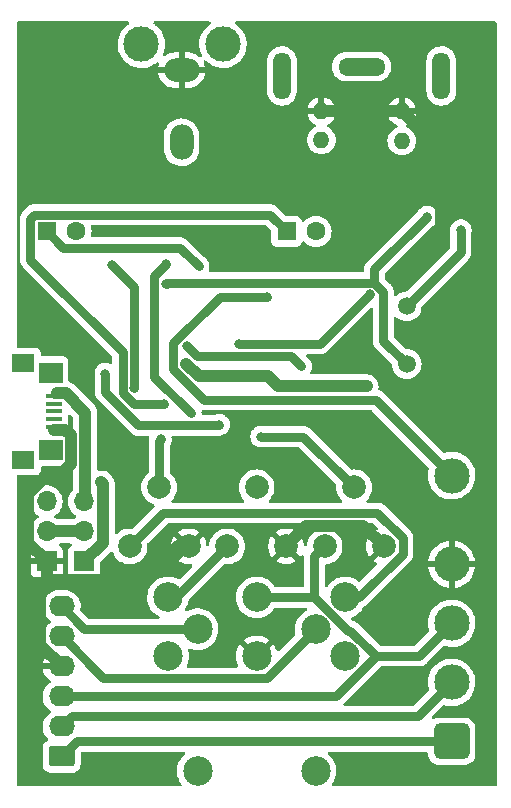
<source format=gbr>
G04 #@! TF.GenerationSoftware,KiCad,Pcbnew,(6.0.6-0)*
G04 #@! TF.CreationDate,2022-10-21T02:43:14+09:00*
G04 #@! TF.ProjectId,Spica,53706963-612e-46b6-9963-61645f706362,rev?*
G04 #@! TF.SameCoordinates,Original*
G04 #@! TF.FileFunction,Copper,L2,Bot*
G04 #@! TF.FilePolarity,Positive*
%FSLAX46Y46*%
G04 Gerber Fmt 4.6, Leading zero omitted, Abs format (unit mm)*
G04 Created by KiCad (PCBNEW (6.0.6-0)) date 2022-10-21 02:43:14*
%MOMM*%
%LPD*%
G01*
G04 APERTURE LIST*
G04 Aperture macros list*
%AMRoundRect*
0 Rectangle with rounded corners*
0 $1 Rounding radius*
0 $2 $3 $4 $5 $6 $7 $8 $9 X,Y pos of 4 corners*
0 Add a 4 corners polygon primitive as box body*
4,1,4,$2,$3,$4,$5,$6,$7,$8,$9,$2,$3,0*
0 Add four circle primitives for the rounded corners*
1,1,$1+$1,$2,$3*
1,1,$1+$1,$4,$5*
1,1,$1+$1,$6,$7*
1,1,$1+$1,$8,$9*
0 Add four rect primitives between the rounded corners*
20,1,$1+$1,$2,$3,$4,$5,0*
20,1,$1+$1,$4,$5,$6,$7,0*
20,1,$1+$1,$6,$7,$8,$9,0*
20,1,$1+$1,$8,$9,$2,$3,0*%
G04 Aperture macros list end*
G04 #@! TA.AperFunction,ComponentPad*
%ADD10R,1.600000X1.600000*%
G04 #@! TD*
G04 #@! TA.AperFunction,ComponentPad*
%ADD11C,1.600000*%
G04 #@! TD*
G04 #@! TA.AperFunction,ComponentPad*
%ADD12R,1.700000X1.700000*%
G04 #@! TD*
G04 #@! TA.AperFunction,ComponentPad*
%ADD13O,1.700000X1.700000*%
G04 #@! TD*
G04 #@! TA.AperFunction,ComponentPad*
%ADD14O,4.000000X1.500000*%
G04 #@! TD*
G04 #@! TA.AperFunction,ComponentPad*
%ADD15O,1.500000X4.000000*%
G04 #@! TD*
G04 #@! TA.AperFunction,ComponentPad*
%ADD16O,1.400000X1.400000*%
G04 #@! TD*
G04 #@! TA.AperFunction,ComponentPad*
%ADD17C,3.000000*%
G04 #@! TD*
G04 #@! TA.AperFunction,ComponentPad*
%ADD18O,2.000000X3.000000*%
G04 #@! TD*
G04 #@! TA.AperFunction,ComponentPad*
%ADD19O,3.000000X2.000000*%
G04 #@! TD*
G04 #@! TA.AperFunction,ComponentPad*
%ADD20C,2.000000*%
G04 #@! TD*
G04 #@! TA.AperFunction,ComponentPad*
%ADD21C,1.500000*%
G04 #@! TD*
G04 #@! TA.AperFunction,ComponentPad*
%ADD22C,2.500000*%
G04 #@! TD*
G04 #@! TA.AperFunction,ComponentPad*
%ADD23RoundRect,0.250000X0.850000X-0.620000X0.850000X0.620000X-0.850000X0.620000X-0.850000X-0.620000X0*%
G04 #@! TD*
G04 #@! TA.AperFunction,ComponentPad*
%ADD24O,2.200000X1.740000*%
G04 #@! TD*
G04 #@! TA.AperFunction,ComponentPad*
%ADD25RoundRect,0.441000X1.059000X-1.059000X1.059000X1.059000X-1.059000X1.059000X-1.059000X-1.059000X0*%
G04 #@! TD*
G04 #@! TA.AperFunction,ComponentPad*
%ADD26O,3.000000X3.000000*%
G04 #@! TD*
G04 #@! TA.AperFunction,SMDPad,CuDef*
%ADD27R,2.000000X1.800000*%
G04 #@! TD*
G04 #@! TA.AperFunction,SMDPad,CuDef*
%ADD28R,1.900000X1.600000*%
G04 #@! TD*
G04 #@! TA.AperFunction,SMDPad,CuDef*
%ADD29R,1.350000X0.400000*%
G04 #@! TD*
G04 #@! TA.AperFunction,ViaPad*
%ADD30C,0.800000*%
G04 #@! TD*
G04 #@! TA.AperFunction,Conductor*
%ADD31C,0.750000*%
G04 #@! TD*
G04 #@! TA.AperFunction,Conductor*
%ADD32C,1.000000*%
G04 #@! TD*
G04 #@! TA.AperFunction,Conductor*
%ADD33C,0.399800*%
G04 #@! TD*
G04 APERTURE END LIST*
D10*
X58420000Y-81280000D03*
D11*
X60920000Y-81280000D03*
D10*
X78740000Y-81280000D03*
D11*
X81240000Y-81280000D03*
D12*
X58420000Y-109220000D03*
D13*
X58420000Y-106680000D03*
X58420000Y-104140000D03*
D14*
X85090000Y-67320000D03*
D15*
X91840000Y-68120000D03*
X78340000Y-68120000D03*
D16*
X81690000Y-71120000D03*
X88490000Y-71120000D03*
X81690000Y-73520000D03*
X88490000Y-73620000D03*
D17*
X73350000Y-65430000D03*
X66450000Y-65430000D03*
D18*
X69850000Y-73730000D03*
D19*
X69850000Y-67630000D03*
D20*
X73700000Y-107950000D03*
X76200000Y-102950000D03*
X78700000Y-107950000D03*
D21*
X88900000Y-87630000D03*
X88900000Y-92510000D03*
D22*
X81200000Y-126960000D03*
X71200000Y-126960000D03*
X83700000Y-117260000D03*
X76200000Y-117260000D03*
X68700000Y-117260000D03*
X81200000Y-114960000D03*
X71200000Y-114960000D03*
X83700000Y-112260000D03*
X68700000Y-112260000D03*
X76200000Y-112260000D03*
D20*
X65445000Y-107950000D03*
X67945000Y-102950000D03*
X70445000Y-107950000D03*
D12*
X61595000Y-109220000D03*
D13*
X61595000Y-106680000D03*
X61595000Y-104140000D03*
D20*
X81955000Y-107950000D03*
X84455000Y-102950000D03*
X86955000Y-107950000D03*
D23*
X59690000Y-125730000D03*
D24*
X59690000Y-123190000D03*
X59690000Y-120650000D03*
X59690000Y-118110000D03*
X59690000Y-115570000D03*
X59690000Y-113030000D03*
D25*
X92710000Y-124460000D03*
D26*
X92710000Y-119460000D03*
X92710000Y-114460000D03*
X92710000Y-109460000D03*
X92710000Y-101960000D03*
D27*
X58755000Y-93270000D03*
D28*
X56455000Y-92420000D03*
D27*
X58755000Y-99770000D03*
D28*
X56455000Y-100620000D03*
D29*
X59055000Y-95220000D03*
X59055000Y-95870000D03*
X59055000Y-96520000D03*
X59055000Y-97170000D03*
X59055000Y-97820000D03*
D30*
X63985600Y-84129500D03*
X65855200Y-94514300D03*
X68097500Y-98899000D03*
X70631700Y-96691000D03*
X68547700Y-84065000D03*
X73025000Y-97642700D03*
X63389100Y-93312700D03*
X76582100Y-98654600D03*
X71292600Y-84237100D03*
X68396600Y-95899000D03*
X85760700Y-86617800D03*
X74725700Y-90805000D03*
X70240700Y-92500200D03*
X77129600Y-93546000D03*
X85511600Y-94400000D03*
X91772500Y-80820800D03*
X93497500Y-81159100D03*
X90637900Y-80024600D03*
X68568500Y-85725000D03*
X77069800Y-86808700D03*
X70336700Y-91016000D03*
X79960800Y-92710000D03*
X63017500Y-102532900D03*
D31*
X65855200Y-85999100D02*
X65855200Y-94514300D01*
X63985600Y-84129500D02*
X65855200Y-85999100D01*
X67945000Y-99051500D02*
X68097500Y-98899000D01*
X67945000Y-102950000D02*
X67945000Y-99051500D01*
X67544600Y-85068100D02*
X67544600Y-93603900D01*
X68547700Y-84065000D02*
X67544600Y-85068100D01*
X67544600Y-93603900D02*
X70631700Y-96691000D01*
X63389100Y-93312700D02*
X63389100Y-94894900D01*
X63389100Y-94894900D02*
X66188500Y-97694300D01*
X72973400Y-97694300D02*
X73025000Y-97642700D01*
X66188500Y-97694300D02*
X72973400Y-97694300D01*
X76582100Y-98654600D02*
X80159600Y-98654600D01*
X80159600Y-98654600D02*
X84455000Y-102950000D01*
X59804700Y-82664700D02*
X58420000Y-81280000D01*
X71292600Y-84237100D02*
X69720200Y-82664700D01*
X69720200Y-82664700D02*
X59804700Y-82664700D01*
X78740000Y-81280000D02*
X77319100Y-79859100D01*
X57391800Y-79859100D02*
X57044600Y-80206300D01*
X57044600Y-80206300D02*
X57044600Y-83662000D01*
X64879900Y-91497300D02*
X64879900Y-94948700D01*
X64879900Y-94948700D02*
X65830200Y-95899000D01*
X77319100Y-79859100D02*
X57391800Y-79859100D01*
X65830200Y-95899000D02*
X68396600Y-95899000D01*
X57044600Y-83662000D02*
X64879900Y-91497300D01*
X81573500Y-90805000D02*
X74725700Y-90805000D01*
X85760700Y-86617800D02*
X81573500Y-90805000D01*
D32*
X71286500Y-93546000D02*
X77129600Y-93546000D01*
X70240700Y-92500200D02*
X71286500Y-93546000D01*
X77983600Y-94400000D02*
X85511600Y-94400000D01*
X58420000Y-106680000D02*
X61595000Y-106680000D01*
X77129600Y-93546000D02*
X77983600Y-94400000D01*
X57889600Y-116309600D02*
X59690000Y-118110000D01*
X57889600Y-111315000D02*
X57889600Y-116309600D01*
X78700000Y-107950000D02*
X80423600Y-106226400D01*
X91772500Y-74402500D02*
X91772500Y-80820800D01*
X81690000Y-71120000D02*
X88490000Y-71120000D01*
X69570000Y-107950000D02*
X66735400Y-110784600D01*
X60007600Y-98070400D02*
X60469700Y-98532500D01*
X85231400Y-106226400D02*
X86955000Y-107950000D01*
X88490000Y-71120000D02*
X91772500Y-74402500D01*
X59055000Y-98070400D02*
X60007600Y-98070400D01*
X66735400Y-110784600D02*
X58420000Y-110784600D01*
X59295200Y-102120400D02*
X58233900Y-102120400D01*
X56825400Y-107625400D02*
X58420000Y-109220000D01*
X60469700Y-100945900D02*
X59295200Y-102120400D01*
X60469700Y-98532500D02*
X60469700Y-100945900D01*
X80423600Y-106226400D02*
X85231400Y-106226400D01*
X58420000Y-110784600D02*
X58420000Y-109220000D01*
X58233900Y-102120400D02*
X56825400Y-103528900D01*
X70445000Y-107950000D02*
X69570000Y-107950000D01*
X58420000Y-110784600D02*
X57889600Y-111315000D01*
X56825400Y-103528900D02*
X56825400Y-107625400D01*
D33*
X59055000Y-98070400D02*
X59055000Y-97820000D01*
D31*
X93497500Y-83032500D02*
X93497500Y-81159100D01*
X88900000Y-87630000D02*
X93497500Y-83032500D01*
X86937700Y-90547700D02*
X86937700Y-86393400D01*
X86164500Y-84498000D02*
X86164500Y-85620200D01*
X90637900Y-80024600D02*
X86164500Y-84498000D01*
X68673300Y-85620200D02*
X68568500Y-85725000D01*
X86164500Y-85620200D02*
X68673300Y-85620200D01*
X88900000Y-92510000D02*
X86937700Y-90547700D01*
X86937700Y-86393400D02*
X86164500Y-85620200D01*
X69162100Y-90769200D02*
X73122600Y-86808700D01*
X59690000Y-115570000D02*
X63213200Y-119093200D01*
X63213200Y-119093200D02*
X77066800Y-119093200D01*
X92710000Y-101960000D02*
X86286600Y-95536600D01*
X86286600Y-95536600D02*
X71755200Y-95536600D01*
X77066800Y-119093200D02*
X81200000Y-114960000D01*
X69162100Y-92943500D02*
X69162100Y-90769200D01*
X73122600Y-86808700D02*
X77069800Y-86808700D01*
X71755200Y-95536600D02*
X69162100Y-92943500D01*
X61620000Y-114960000D02*
X71200000Y-114960000D01*
X59690000Y-113030000D02*
X61620000Y-114960000D01*
X59690000Y-125730000D02*
X60960000Y-124460000D01*
X60960000Y-124460000D02*
X92710000Y-124460000D01*
X86432700Y-105127900D02*
X68267100Y-105127900D01*
X88584500Y-108557600D02*
X88584500Y-107279700D01*
X68267100Y-105127900D02*
X65445000Y-107950000D01*
X84882100Y-112260000D02*
X88584500Y-108557600D01*
X83700000Y-112260000D02*
X84882100Y-112260000D01*
X88584500Y-107279700D02*
X86432700Y-105127900D01*
X89850900Y-122319100D02*
X60560900Y-122319100D01*
X68700000Y-112260000D02*
X69390000Y-112260000D01*
X60560900Y-122319100D02*
X59690000Y-123190000D01*
X92710000Y-119460000D02*
X89850900Y-122319100D01*
X69390000Y-112260000D02*
X73700000Y-107950000D01*
X89939500Y-117230500D02*
X86465900Y-117230500D01*
X84133800Y-115096100D02*
X83936200Y-115096100D01*
X81955000Y-107950000D02*
X81100100Y-108804900D01*
X83936200Y-115096100D02*
X81100100Y-112260000D01*
X81100100Y-112260000D02*
X76200000Y-112260000D01*
X82906800Y-120650000D02*
X59690000Y-120650000D01*
X86436800Y-117259600D02*
X86297300Y-117259600D01*
X86297300Y-117259500D02*
X82906800Y-120650000D01*
X81100100Y-108804900D02*
X81100100Y-112260000D01*
X86465900Y-117230500D02*
X86436800Y-117259600D01*
X86297300Y-117259500D02*
X84133800Y-115096100D01*
X92710000Y-114460000D02*
X89939500Y-117230500D01*
X86297300Y-117259600D02*
X86297300Y-117259500D01*
X71157600Y-91836900D02*
X79087700Y-91836900D01*
X79087700Y-91836900D02*
X79960800Y-92710000D01*
X70336700Y-91016000D02*
X71157600Y-91836900D01*
D32*
X63180500Y-107634500D02*
X63180500Y-102695900D01*
X63180500Y-102695900D02*
X63017500Y-102532900D01*
X61595000Y-109220000D02*
X63180500Y-107634500D01*
X60025500Y-94969600D02*
X59305400Y-94969600D01*
X61595000Y-104140000D02*
X61694300Y-104040700D01*
X61694300Y-104040700D02*
X61694300Y-96638400D01*
X61694300Y-96638400D02*
X60025500Y-94969600D01*
D33*
X59305400Y-94969600D02*
X59055000Y-95220000D01*
G04 #@! TA.AperFunction,Conductor*
G36*
X65375892Y-63520002D02*
G01*
X65422385Y-63573658D01*
X65432489Y-63643932D01*
X65402995Y-63708512D01*
X65372477Y-63734116D01*
X65301043Y-63776868D01*
X65087318Y-63948094D01*
X64975964Y-64065436D01*
X64909656Y-64135311D01*
X64898808Y-64146742D01*
X64739002Y-64369136D01*
X64610857Y-64611161D01*
X64609385Y-64615184D01*
X64609383Y-64615188D01*
X64548136Y-64782552D01*
X64516743Y-64868337D01*
X64458404Y-65135907D01*
X64436917Y-65408918D01*
X64452682Y-65682320D01*
X64453507Y-65686525D01*
X64453508Y-65686533D01*
X64468454Y-65762710D01*
X64505405Y-65951053D01*
X64506792Y-65955103D01*
X64506793Y-65955108D01*
X64588322Y-66193233D01*
X64594112Y-66210144D01*
X64606940Y-66235650D01*
X64704461Y-66429549D01*
X64717160Y-66454799D01*
X64719586Y-66458328D01*
X64719589Y-66458334D01*
X64781421Y-66548299D01*
X64872274Y-66680490D01*
X65056582Y-66883043D01*
X65059877Y-66885798D01*
X65059878Y-66885799D01*
X65150472Y-66961547D01*
X65266675Y-67058707D01*
X65270316Y-67060991D01*
X65495024Y-67201951D01*
X65495028Y-67201953D01*
X65498664Y-67204234D01*
X65566544Y-67234883D01*
X65744345Y-67315164D01*
X65744349Y-67315166D01*
X65748257Y-67316930D01*
X65811393Y-67335632D01*
X66006723Y-67393491D01*
X66006727Y-67393492D01*
X66010836Y-67394709D01*
X66015070Y-67395357D01*
X66015075Y-67395358D01*
X66277298Y-67435483D01*
X66277300Y-67435483D01*
X66281540Y-67436132D01*
X66420912Y-67438322D01*
X66551071Y-67440367D01*
X66551077Y-67440367D01*
X66555362Y-67440434D01*
X66827235Y-67407534D01*
X67092127Y-67338041D01*
X67096087Y-67336401D01*
X67096092Y-67336399D01*
X67244968Y-67274732D01*
X67345136Y-67233241D01*
X67541298Y-67118613D01*
X67577879Y-67097237D01*
X67577880Y-67097236D01*
X67581582Y-67095073D01*
X67689297Y-67010614D01*
X67735605Y-66974304D01*
X67801553Y-66948012D01*
X67871248Y-66961547D01*
X67922560Y-67010614D01*
X67939200Y-67079633D01*
X67930982Y-67118613D01*
X67900462Y-67198119D01*
X67897612Y-67207804D01*
X67866179Y-67358264D01*
X67867302Y-67372325D01*
X67877410Y-67376000D01*
X69577885Y-67376000D01*
X69593124Y-67371525D01*
X69594329Y-67370135D01*
X69596000Y-67362452D01*
X69596000Y-66140115D01*
X69591525Y-66124876D01*
X69590135Y-66123671D01*
X69582452Y-66122000D01*
X69291544Y-66122000D01*
X69286512Y-66122202D01*
X69113157Y-66136150D01*
X69103204Y-66137762D01*
X68877367Y-66193233D01*
X68867797Y-66196416D01*
X68653735Y-66287280D01*
X68644787Y-66291958D01*
X68472584Y-66400400D01*
X68404283Y-66419775D01*
X68336349Y-66399147D01*
X68290352Y-66345065D01*
X68280895Y-66274701D01*
X68287576Y-66249242D01*
X68290321Y-66241980D01*
X68358424Y-66061749D01*
X68375751Y-66015895D01*
X68375752Y-66015891D01*
X68377269Y-66011877D01*
X68438407Y-65744933D01*
X68442181Y-65702654D01*
X68462531Y-65474627D01*
X68462531Y-65474625D01*
X68462751Y-65472161D01*
X68463193Y-65430000D01*
X68449810Y-65233684D01*
X68444859Y-65161055D01*
X68444858Y-65161049D01*
X68444567Y-65156778D01*
X68420689Y-65041474D01*
X68396814Y-64926191D01*
X68389032Y-64888612D01*
X68297617Y-64630465D01*
X68172013Y-64387112D01*
X68162040Y-64372921D01*
X68017008Y-64166562D01*
X68014545Y-64163057D01*
X67828125Y-63962445D01*
X67824810Y-63959731D01*
X67824806Y-63959728D01*
X67694069Y-63852721D01*
X67616205Y-63788990D01*
X67558302Y-63753507D01*
X67525544Y-63733433D01*
X67477913Y-63680785D01*
X67466306Y-63610744D01*
X67494409Y-63545546D01*
X67553299Y-63505892D01*
X67591379Y-63500000D01*
X72207771Y-63500000D01*
X72275892Y-63520002D01*
X72322385Y-63573658D01*
X72332489Y-63643932D01*
X72302995Y-63708512D01*
X72272477Y-63734116D01*
X72201043Y-63776868D01*
X71987318Y-63948094D01*
X71875964Y-64065436D01*
X71809656Y-64135311D01*
X71798808Y-64146742D01*
X71639002Y-64369136D01*
X71510857Y-64611161D01*
X71509385Y-64615184D01*
X71509383Y-64615188D01*
X71448136Y-64782552D01*
X71416743Y-64868337D01*
X71358404Y-65135907D01*
X71336917Y-65408918D01*
X71352682Y-65682320D01*
X71353507Y-65686525D01*
X71353508Y-65686533D01*
X71368454Y-65762710D01*
X71405405Y-65951053D01*
X71406792Y-65955103D01*
X71406793Y-65955108D01*
X71488322Y-66193233D01*
X71494112Y-66210144D01*
X71569580Y-66360195D01*
X71575622Y-66372209D01*
X71588360Y-66442053D01*
X71561316Y-66507697D01*
X71503075Y-66548299D01*
X71432129Y-66550968D01*
X71371510Y-66515398D01*
X71365809Y-66509370D01*
X71358305Y-66502613D01*
X71173574Y-66361375D01*
X71165095Y-66355911D01*
X70960153Y-66246022D01*
X70950901Y-66241980D01*
X70731029Y-66166273D01*
X70721257Y-66163764D01*
X70491029Y-66123996D01*
X70483157Y-66123141D01*
X70459449Y-66122064D01*
X70456616Y-66122000D01*
X70122115Y-66122000D01*
X70106876Y-66126475D01*
X70105671Y-66127865D01*
X70104000Y-66135548D01*
X70104000Y-67357885D01*
X70108475Y-67373124D01*
X70109865Y-67374329D01*
X70117548Y-67376000D01*
X71820590Y-67376000D01*
X71834676Y-67371864D01*
X71836725Y-67358886D01*
X71834675Y-67341170D01*
X71832715Y-67331273D01*
X71769396Y-67107506D01*
X71765884Y-67098062D01*
X71709809Y-66977809D01*
X71699148Y-66907617D01*
X71728128Y-66842805D01*
X71787548Y-66803948D01*
X71858542Y-66803385D01*
X71917197Y-66839760D01*
X71956582Y-66883043D01*
X71959877Y-66885798D01*
X71959878Y-66885799D01*
X72050472Y-66961547D01*
X72166675Y-67058707D01*
X72170316Y-67060991D01*
X72395024Y-67201951D01*
X72395028Y-67201953D01*
X72398664Y-67204234D01*
X72466544Y-67234883D01*
X72644345Y-67315164D01*
X72644349Y-67315166D01*
X72648257Y-67316930D01*
X72711393Y-67335632D01*
X72906723Y-67393491D01*
X72906727Y-67393492D01*
X72910836Y-67394709D01*
X72915070Y-67395357D01*
X72915075Y-67395358D01*
X73177298Y-67435483D01*
X73177300Y-67435483D01*
X73181540Y-67436132D01*
X73320912Y-67438322D01*
X73451071Y-67440367D01*
X73451077Y-67440367D01*
X73455362Y-67440434D01*
X73727235Y-67407534D01*
X73992127Y-67338041D01*
X73996087Y-67336401D01*
X73996092Y-67336399D01*
X74144968Y-67274732D01*
X74245136Y-67233241D01*
X74441298Y-67118613D01*
X74477879Y-67097237D01*
X74477880Y-67097236D01*
X74481582Y-67095073D01*
X74697089Y-66926094D01*
X74700648Y-66922422D01*
X74884686Y-66732509D01*
X74887669Y-66729431D01*
X74890202Y-66725983D01*
X74890206Y-66725978D01*
X75047257Y-66512178D01*
X75049795Y-66508723D01*
X75051934Y-66504783D01*
X75178418Y-66271830D01*
X75178419Y-66271828D01*
X75180468Y-66268054D01*
X75235657Y-66122000D01*
X75275751Y-66015895D01*
X75275752Y-66015891D01*
X75277269Y-66011877D01*
X75338407Y-65744933D01*
X75342181Y-65702654D01*
X75362531Y-65474627D01*
X75362531Y-65474625D01*
X75362751Y-65472161D01*
X75363193Y-65430000D01*
X75349810Y-65233684D01*
X75344859Y-65161055D01*
X75344858Y-65161049D01*
X75344567Y-65156778D01*
X75320689Y-65041474D01*
X75296814Y-64926191D01*
X75289032Y-64888612D01*
X75197617Y-64630465D01*
X75072013Y-64387112D01*
X75062040Y-64372921D01*
X74917008Y-64166562D01*
X74914545Y-64163057D01*
X74728125Y-63962445D01*
X74724810Y-63959731D01*
X74724806Y-63959728D01*
X74594069Y-63852721D01*
X74516205Y-63788990D01*
X74458302Y-63753507D01*
X74425544Y-63733433D01*
X74377913Y-63680785D01*
X74366306Y-63610744D01*
X74394409Y-63545546D01*
X74453299Y-63505892D01*
X74491379Y-63500000D01*
X96394000Y-63500000D01*
X96462121Y-63520002D01*
X96508614Y-63573658D01*
X96520000Y-63626000D01*
X96520000Y-128144000D01*
X96499998Y-128212121D01*
X96446342Y-128258614D01*
X96394000Y-128270000D01*
X82668287Y-128270000D01*
X82600166Y-128249998D01*
X82553673Y-128196342D01*
X82543569Y-128126068D01*
X82573556Y-128060922D01*
X82605251Y-128024781D01*
X82605255Y-128024775D01*
X82608339Y-128021259D01*
X82749733Y-127801437D01*
X82857083Y-127563129D01*
X82858353Y-127558626D01*
X82926760Y-127316076D01*
X82926761Y-127316073D01*
X82928030Y-127311572D01*
X82944832Y-127179496D01*
X82960616Y-127055421D01*
X82960616Y-127055417D01*
X82961014Y-127052291D01*
X82961281Y-127042115D01*
X82963348Y-126963160D01*
X82963431Y-126960000D01*
X82959655Y-126909185D01*
X82944407Y-126704000D01*
X82944406Y-126703996D01*
X82944061Y-126699348D01*
X82939450Y-126678968D01*
X82891769Y-126468251D01*
X82886377Y-126444423D01*
X82871787Y-126406904D01*
X82793340Y-126205176D01*
X82793339Y-126205173D01*
X82791647Y-126200823D01*
X82661951Y-125973902D01*
X82500138Y-125768643D01*
X82309763Y-125589557D01*
X82285935Y-125573027D01*
X82241365Y-125517765D01*
X82233748Y-125447178D01*
X82265502Y-125383678D01*
X82326546Y-125347426D01*
X82357755Y-125343500D01*
X90575501Y-125343500D01*
X90643622Y-125363502D01*
X90690115Y-125417158D01*
X90701501Y-125469500D01*
X90701501Y-125573868D01*
X90711687Y-125688009D01*
X90713339Y-125693769D01*
X90713339Y-125693771D01*
X90726197Y-125738611D01*
X90764856Y-125873432D01*
X90854224Y-126044377D01*
X90976139Y-126193861D01*
X91125623Y-126315776D01*
X91296568Y-126405144D01*
X91481991Y-126458313D01*
X91514031Y-126461173D01*
X91593338Y-126468251D01*
X91593344Y-126468251D01*
X91596131Y-126468500D01*
X92710000Y-126468500D01*
X93823868Y-126468499D01*
X93826654Y-126468250D01*
X93826662Y-126468250D01*
X93932037Y-126458846D01*
X93932038Y-126458846D01*
X93938009Y-126458313D01*
X93943769Y-126456661D01*
X93943771Y-126456661D01*
X94117294Y-126406904D01*
X94123432Y-126405144D01*
X94294377Y-126315776D01*
X94443861Y-126193861D01*
X94565776Y-126044377D01*
X94655144Y-125873432D01*
X94708313Y-125688009D01*
X94718500Y-125573869D01*
X94718499Y-123346132D01*
X94708313Y-123231991D01*
X94699192Y-123200180D01*
X94656904Y-123052706D01*
X94655144Y-123046568D01*
X94565776Y-122875623D01*
X94443861Y-122726139D01*
X94294377Y-122604224D01*
X94123432Y-122514856D01*
X93938009Y-122461687D01*
X93905969Y-122458827D01*
X93826662Y-122451749D01*
X93826656Y-122451749D01*
X93823869Y-122451500D01*
X93821067Y-122451500D01*
X92710001Y-122451501D01*
X91596132Y-122451501D01*
X91593346Y-122451750D01*
X91593338Y-122451750D01*
X91487963Y-122461154D01*
X91487962Y-122461154D01*
X91481991Y-122461687D01*
X91476231Y-122463339D01*
X91476229Y-122463339D01*
X91372789Y-122493000D01*
X91296568Y-122514856D01*
X91228204Y-122550596D01*
X91204913Y-122562772D01*
X91135277Y-122576606D01*
X91069217Y-122550596D01*
X91027705Y-122493000D01*
X91023922Y-122422104D01*
X91057443Y-122362015D01*
X92004835Y-121414623D01*
X92067147Y-121380597D01*
X92129715Y-121382907D01*
X92270836Y-121424709D01*
X92275070Y-121425357D01*
X92275075Y-121425358D01*
X92537298Y-121465483D01*
X92537300Y-121465483D01*
X92541540Y-121466132D01*
X92680912Y-121468322D01*
X92811071Y-121470367D01*
X92811077Y-121470367D01*
X92815362Y-121470434D01*
X93087235Y-121437534D01*
X93352127Y-121368041D01*
X93356087Y-121366401D01*
X93356092Y-121366399D01*
X93536507Y-121291668D01*
X93605136Y-121263241D01*
X93841582Y-121125073D01*
X94057089Y-120956094D01*
X94247669Y-120759431D01*
X94250202Y-120755983D01*
X94250206Y-120755978D01*
X94407257Y-120542178D01*
X94409795Y-120538723D01*
X94540468Y-120298054D01*
X94605956Y-120124744D01*
X94635751Y-120045895D01*
X94635752Y-120045891D01*
X94637269Y-120041877D01*
X94698407Y-119774933D01*
X94699189Y-119766179D01*
X94722531Y-119504627D01*
X94722531Y-119504625D01*
X94722751Y-119502161D01*
X94723193Y-119460000D01*
X94713790Y-119322071D01*
X94704859Y-119191055D01*
X94704858Y-119191049D01*
X94704567Y-119186778D01*
X94693063Y-119131225D01*
X94676800Y-119052695D01*
X94649032Y-118918612D01*
X94557617Y-118660465D01*
X94518036Y-118583778D01*
X94433978Y-118420919D01*
X94433978Y-118420918D01*
X94432013Y-118417112D01*
X94429248Y-118413177D01*
X94284689Y-118207491D01*
X94274545Y-118193057D01*
X94185669Y-118097415D01*
X94091046Y-117995588D01*
X94091043Y-117995585D01*
X94088125Y-117992445D01*
X94084810Y-117989731D01*
X94084806Y-117989728D01*
X93930132Y-117863129D01*
X93876205Y-117818990D01*
X93642704Y-117675901D01*
X93638768Y-117674173D01*
X93395873Y-117567549D01*
X93395869Y-117567548D01*
X93391945Y-117565825D01*
X93128566Y-117490800D01*
X93124324Y-117490196D01*
X93124318Y-117490195D01*
X92923834Y-117461662D01*
X92857443Y-117452213D01*
X92713589Y-117451460D01*
X92587877Y-117450802D01*
X92587871Y-117450802D01*
X92583591Y-117450780D01*
X92579347Y-117451339D01*
X92579343Y-117451339D01*
X92460302Y-117467011D01*
X92312078Y-117486525D01*
X92307938Y-117487658D01*
X92307936Y-117487658D01*
X92235008Y-117507609D01*
X92047928Y-117558788D01*
X92043980Y-117560472D01*
X91799982Y-117664546D01*
X91799978Y-117664548D01*
X91796030Y-117666232D01*
X91695035Y-117726676D01*
X91564725Y-117804664D01*
X91564721Y-117804667D01*
X91561043Y-117806868D01*
X91347318Y-117978094D01*
X91253407Y-118077056D01*
X91162554Y-118172795D01*
X91158808Y-118176742D01*
X90999002Y-118399136D01*
X90870857Y-118641161D01*
X90869385Y-118645184D01*
X90869383Y-118645188D01*
X90796976Y-118843048D01*
X90776743Y-118898337D01*
X90718404Y-119165907D01*
X90696917Y-119438918D01*
X90712682Y-119712320D01*
X90713507Y-119716525D01*
X90713508Y-119716533D01*
X90724127Y-119770657D01*
X90765405Y-119981053D01*
X90766795Y-119985112D01*
X90784352Y-120036394D01*
X90787494Y-120107321D01*
X90754240Y-120166302D01*
X89521847Y-121398695D01*
X89459535Y-121432721D01*
X89432752Y-121435600D01*
X83675384Y-121435600D01*
X83607263Y-121415598D01*
X83560770Y-121361942D01*
X83550666Y-121291668D01*
X83573441Y-121235549D01*
X83574864Y-121233590D01*
X83587712Y-121218546D01*
X86655353Y-118150905D01*
X86717665Y-118116879D01*
X86744448Y-118114000D01*
X89860043Y-118114000D01*
X89879755Y-118115551D01*
X89893007Y-118117650D01*
X89899594Y-118117305D01*
X89899598Y-118117305D01*
X89959350Y-118114173D01*
X89965945Y-118114000D01*
X89985806Y-118114000D01*
X90005569Y-118111923D01*
X90012128Y-118111407D01*
X90027927Y-118110579D01*
X90071877Y-118108276D01*
X90071881Y-118108275D01*
X90078471Y-118107930D01*
X90091429Y-118104458D01*
X90110872Y-118100855D01*
X90111295Y-118100811D01*
X90124202Y-118099454D01*
X90187394Y-118078922D01*
X90193696Y-118077056D01*
X90251485Y-118061571D01*
X90257863Y-118059862D01*
X90263742Y-118056866D01*
X90263751Y-118056863D01*
X90269817Y-118053772D01*
X90288079Y-118046208D01*
X90294543Y-118044108D01*
X90294551Y-118044105D01*
X90300831Y-118042064D01*
X90306550Y-118038762D01*
X90306555Y-118038760D01*
X90358367Y-118008846D01*
X90364137Y-118005713D01*
X90423339Y-117975547D01*
X90433759Y-117967109D01*
X90450052Y-117955911D01*
X90450403Y-117955709D01*
X90461669Y-117949204D01*
X90466575Y-117944787D01*
X90466580Y-117944783D01*
X90511038Y-117904753D01*
X90516054Y-117900469D01*
X90528909Y-117890059D01*
X90528912Y-117890056D01*
X90531486Y-117887972D01*
X90545531Y-117873927D01*
X90550316Y-117869386D01*
X90594774Y-117829356D01*
X90594775Y-117829355D01*
X90599685Y-117824934D01*
X90607575Y-117814074D01*
X90620412Y-117799046D01*
X92004834Y-116414623D01*
X92067146Y-116380598D01*
X92129714Y-116382907D01*
X92150885Y-116389178D01*
X92266723Y-116423491D01*
X92266727Y-116423492D01*
X92270836Y-116424709D01*
X92275070Y-116425357D01*
X92275075Y-116425358D01*
X92537298Y-116465483D01*
X92537300Y-116465483D01*
X92541540Y-116466132D01*
X92680912Y-116468322D01*
X92811071Y-116470367D01*
X92811077Y-116470367D01*
X92815362Y-116470434D01*
X93087235Y-116437534D01*
X93352127Y-116368041D01*
X93356087Y-116366401D01*
X93356092Y-116366399D01*
X93587577Y-116270514D01*
X93605136Y-116263241D01*
X93841582Y-116125073D01*
X94057089Y-115956094D01*
X94159242Y-115850681D01*
X94244686Y-115762509D01*
X94247669Y-115759431D01*
X94250202Y-115755983D01*
X94250206Y-115755978D01*
X94407257Y-115542178D01*
X94409795Y-115538723D01*
X94411841Y-115534955D01*
X94538418Y-115301830D01*
X94538419Y-115301828D01*
X94540468Y-115298054D01*
X94611249Y-115110737D01*
X94635751Y-115045895D01*
X94635752Y-115045891D01*
X94637269Y-115041877D01*
X94683284Y-114840965D01*
X94697449Y-114779117D01*
X94697450Y-114779113D01*
X94698407Y-114774933D01*
X94709265Y-114653276D01*
X94722531Y-114504627D01*
X94722531Y-114504625D01*
X94722751Y-114502161D01*
X94722803Y-114497251D01*
X94723167Y-114462484D01*
X94723167Y-114462483D01*
X94723193Y-114460000D01*
X94721465Y-114434648D01*
X94704859Y-114191055D01*
X94704858Y-114191049D01*
X94704567Y-114186778D01*
X94698074Y-114155422D01*
X94668211Y-114011224D01*
X94649032Y-113918612D01*
X94557617Y-113660465D01*
X94485524Y-113520787D01*
X94433978Y-113420919D01*
X94433978Y-113420918D01*
X94432013Y-113417112D01*
X94429248Y-113413177D01*
X94340873Y-113287432D01*
X94274545Y-113193057D01*
X94204466Y-113117643D01*
X94091046Y-112995588D01*
X94091043Y-112995585D01*
X94088125Y-112992445D01*
X94084810Y-112989731D01*
X94084806Y-112989728D01*
X93928015Y-112861396D01*
X93876205Y-112818990D01*
X93642704Y-112675901D01*
X93638768Y-112674173D01*
X93395873Y-112567549D01*
X93395869Y-112567548D01*
X93391945Y-112565825D01*
X93128566Y-112490800D01*
X93124324Y-112490196D01*
X93124318Y-112490195D01*
X92923834Y-112461662D01*
X92857443Y-112452213D01*
X92713589Y-112451460D01*
X92587877Y-112450802D01*
X92587871Y-112450802D01*
X92583591Y-112450780D01*
X92579347Y-112451339D01*
X92579343Y-112451339D01*
X92460302Y-112467011D01*
X92312078Y-112486525D01*
X92307938Y-112487658D01*
X92307936Y-112487658D01*
X92285730Y-112493733D01*
X92047928Y-112558788D01*
X92043980Y-112560472D01*
X91799982Y-112664546D01*
X91799978Y-112664548D01*
X91796030Y-112666232D01*
X91776125Y-112678145D01*
X91564725Y-112804664D01*
X91564721Y-112804667D01*
X91561043Y-112806868D01*
X91347318Y-112978094D01*
X91241275Y-113089840D01*
X91179568Y-113154866D01*
X91158808Y-113176742D01*
X90999002Y-113399136D01*
X90870857Y-113641161D01*
X90869385Y-113645184D01*
X90869383Y-113645188D01*
X90829024Y-113755474D01*
X90776743Y-113898337D01*
X90718404Y-114165907D01*
X90696917Y-114438918D01*
X90712682Y-114712320D01*
X90713507Y-114716525D01*
X90713508Y-114716533D01*
X90724127Y-114770657D01*
X90765405Y-114981053D01*
X90766795Y-114985112D01*
X90766795Y-114985113D01*
X90784352Y-115036395D01*
X90787493Y-115107322D01*
X90754240Y-115166303D01*
X90181938Y-115738604D01*
X89610447Y-116310095D01*
X89548135Y-116344121D01*
X89521352Y-116347000D01*
X86686433Y-116347000D01*
X86618312Y-116326998D01*
X86597340Y-116310098D01*
X86523209Y-116235970D01*
X84814703Y-114527543D01*
X84801861Y-114512507D01*
X84793985Y-114501666D01*
X84744603Y-114457202D01*
X84739822Y-114452665D01*
X84728102Y-114440946D01*
X84725770Y-114438614D01*
X84710327Y-114426108D01*
X84705354Y-114421862D01*
X84655969Y-114377396D01*
X84644337Y-114370680D01*
X84628053Y-114359488D01*
X84622753Y-114355196D01*
X84622749Y-114355194D01*
X84617622Y-114351042D01*
X84558450Y-114320893D01*
X84552652Y-114317745D01*
X84500852Y-114287838D01*
X84500845Y-114287835D01*
X84495131Y-114284536D01*
X84482357Y-114280385D01*
X84464103Y-114272824D01*
X84452144Y-114266731D01*
X84445776Y-114265025D01*
X84445766Y-114265021D01*
X84387984Y-114249540D01*
X84381656Y-114247666D01*
X84344607Y-114235628D01*
X84294448Y-114204890D01*
X84225103Y-114135545D01*
X84191077Y-114073233D01*
X84196142Y-114002418D01*
X84238689Y-113945582D01*
X84272089Y-113927891D01*
X84274117Y-113927357D01*
X84278405Y-113925515D01*
X84278410Y-113925513D01*
X84509972Y-113826025D01*
X84514262Y-113824182D01*
X84736519Y-113686646D01*
X84740082Y-113683629D01*
X84740087Y-113683626D01*
X84932439Y-113520787D01*
X84932440Y-113520786D01*
X84936005Y-113517768D01*
X85005514Y-113438508D01*
X85105257Y-113324774D01*
X85105261Y-113324769D01*
X85108339Y-113321259D01*
X85116711Y-113308243D01*
X85247208Y-113105363D01*
X85247210Y-113105360D01*
X85249733Y-113101437D01*
X85253269Y-113093587D01*
X85299482Y-113039690D01*
X85310936Y-113033073D01*
X85365939Y-113005047D01*
X85376359Y-112996609D01*
X85392652Y-112985411D01*
X85393003Y-112985209D01*
X85404269Y-112978704D01*
X85409175Y-112974287D01*
X85409180Y-112974283D01*
X85453638Y-112934253D01*
X85458654Y-112929969D01*
X85471509Y-112919559D01*
X85471512Y-112919556D01*
X85474086Y-112917472D01*
X85488131Y-112903427D01*
X85492916Y-112898886D01*
X85537374Y-112858856D01*
X85537375Y-112858855D01*
X85542285Y-112854434D01*
X85550175Y-112843574D01*
X85563012Y-112828546D01*
X88658170Y-109733388D01*
X90717325Y-109733388D01*
X90765065Y-109976722D01*
X90767276Y-109984974D01*
X90853184Y-110235894D01*
X90856499Y-110243779D01*
X90975664Y-110480713D01*
X90980020Y-110488079D01*
X91130236Y-110706643D01*
X91135554Y-110713353D01*
X91314042Y-110909508D01*
X91320218Y-110915431D01*
X91523683Y-111085554D01*
X91530597Y-111090578D01*
X91755272Y-111231515D01*
X91762807Y-111235556D01*
X92004520Y-111344694D01*
X92012551Y-111347680D01*
X92266832Y-111423002D01*
X92275184Y-111424869D01*
X92438090Y-111449796D01*
X92451877Y-111447941D01*
X92456000Y-111434132D01*
X92456000Y-111433829D01*
X92964000Y-111433829D01*
X92968105Y-111447811D01*
X92981271Y-111449854D01*
X93082880Y-111437558D01*
X93091288Y-111435954D01*
X93347824Y-111368653D01*
X93355926Y-111365926D01*
X93600949Y-111264434D01*
X93608617Y-111260628D01*
X93837598Y-111126822D01*
X93844679Y-111122009D01*
X94053373Y-110958373D01*
X94059743Y-110952638D01*
X94244303Y-110762186D01*
X94249823Y-110755655D01*
X94406834Y-110541909D01*
X94411418Y-110534686D01*
X94537962Y-110301621D01*
X94541530Y-110293827D01*
X94635271Y-110045750D01*
X94637748Y-110037544D01*
X94696954Y-109779038D01*
X94698294Y-109770578D01*
X94701733Y-109732044D01*
X94698762Y-109717125D01*
X94686952Y-109714000D01*
X92982115Y-109714000D01*
X92966876Y-109718475D01*
X92965671Y-109719865D01*
X92964000Y-109727548D01*
X92964000Y-111433829D01*
X92456000Y-111433829D01*
X92456000Y-109732115D01*
X92451525Y-109716876D01*
X92450135Y-109715671D01*
X92442452Y-109714000D01*
X90731636Y-109714000D01*
X90719179Y-109717658D01*
X90717325Y-109733388D01*
X88658170Y-109733388D01*
X89153046Y-109238512D01*
X89168074Y-109225675D01*
X89178934Y-109217785D01*
X89192220Y-109203030D01*
X89205809Y-109187938D01*
X90717171Y-109187938D01*
X90720341Y-109203030D01*
X90731804Y-109206000D01*
X92437885Y-109206000D01*
X92453124Y-109201525D01*
X92454329Y-109200135D01*
X92456000Y-109192452D01*
X92456000Y-109187885D01*
X92964000Y-109187885D01*
X92968475Y-109203124D01*
X92969865Y-109204329D01*
X92977548Y-109206000D01*
X94687261Y-109206000D01*
X94702252Y-109201598D01*
X94704275Y-109190490D01*
X94703200Y-109182647D01*
X94649419Y-108922944D01*
X94647120Y-108914709D01*
X94558588Y-108664705D01*
X94555191Y-108656854D01*
X94433550Y-108421178D01*
X94429122Y-108413866D01*
X94276619Y-108196877D01*
X94271236Y-108190231D01*
X94090703Y-107995954D01*
X94084463Y-107990094D01*
X93879233Y-107822114D01*
X93872261Y-107817160D01*
X93646122Y-107678582D01*
X93638552Y-107674624D01*
X93395704Y-107568022D01*
X93387644Y-107565120D01*
X93132590Y-107492466D01*
X93124215Y-107490686D01*
X92981935Y-107470437D01*
X92967949Y-107472468D01*
X92964000Y-107485953D01*
X92964000Y-109187885D01*
X92456000Y-109187885D01*
X92456000Y-107486197D01*
X92451956Y-107472426D01*
X92438417Y-107470397D01*
X92316433Y-107486456D01*
X92308035Y-107488149D01*
X92052238Y-107558127D01*
X92044143Y-107560946D01*
X91800199Y-107664997D01*
X91792577Y-107668881D01*
X91565014Y-107805075D01*
X91557976Y-107809966D01*
X91351015Y-107975773D01*
X91344699Y-107981581D01*
X91162144Y-108173953D01*
X91156694Y-108180542D01*
X91001936Y-108395910D01*
X90997414Y-108403204D01*
X90873325Y-108637567D01*
X90869839Y-108645395D01*
X90778700Y-108894446D01*
X90776311Y-108902670D01*
X90719812Y-109161792D01*
X90718562Y-109170259D01*
X90717171Y-109187938D01*
X89205809Y-109187938D01*
X89223386Y-109168416D01*
X89227927Y-109163631D01*
X89241972Y-109149586D01*
X89244059Y-109147009D01*
X89254469Y-109134154D01*
X89258753Y-109129138D01*
X89298783Y-109084680D01*
X89298787Y-109084675D01*
X89303204Y-109079769D01*
X89309911Y-109068152D01*
X89321109Y-109051859D01*
X89325391Y-109046571D01*
X89329547Y-109041439D01*
X89359713Y-108982237D01*
X89362846Y-108976467D01*
X89392760Y-108924655D01*
X89392762Y-108924650D01*
X89396064Y-108918931D01*
X89398105Y-108912651D01*
X89398108Y-108912643D01*
X89400208Y-108906179D01*
X89407772Y-108887917D01*
X89410863Y-108881851D01*
X89410866Y-108881842D01*
X89413862Y-108875963D01*
X89424784Y-108835202D01*
X89431056Y-108811796D01*
X89432922Y-108805494D01*
X89453454Y-108742302D01*
X89454855Y-108728972D01*
X89458458Y-108709529D01*
X89461930Y-108696571D01*
X89464012Y-108656854D01*
X89465406Y-108630246D01*
X89465923Y-108623671D01*
X89467656Y-108607179D01*
X89468000Y-108603906D01*
X89468000Y-108584032D01*
X89468173Y-108577438D01*
X89471304Y-108517699D01*
X89471304Y-108517695D01*
X89471649Y-108511107D01*
X89469551Y-108497860D01*
X89468000Y-108478150D01*
X89468000Y-107359157D01*
X89469551Y-107339445D01*
X89470618Y-107332708D01*
X89471650Y-107326193D01*
X89468173Y-107259850D01*
X89468000Y-107253255D01*
X89468000Y-107233394D01*
X89465923Y-107213631D01*
X89465407Y-107207067D01*
X89462276Y-107147323D01*
X89462275Y-107147319D01*
X89461930Y-107140729D01*
X89458458Y-107127771D01*
X89454855Y-107108328D01*
X89454144Y-107101566D01*
X89453454Y-107094998D01*
X89432922Y-107031806D01*
X89431056Y-107025504D01*
X89415571Y-106967715D01*
X89413862Y-106961337D01*
X89410866Y-106955458D01*
X89410863Y-106955449D01*
X89407772Y-106949383D01*
X89400208Y-106931121D01*
X89398108Y-106924657D01*
X89398105Y-106924649D01*
X89396064Y-106918369D01*
X89392762Y-106912650D01*
X89392760Y-106912645D01*
X89362846Y-106860833D01*
X89359713Y-106855063D01*
X89329547Y-106795861D01*
X89321110Y-106785442D01*
X89309910Y-106769146D01*
X89306504Y-106763246D01*
X89306502Y-106763243D01*
X89303204Y-106757531D01*
X89298788Y-106752626D01*
X89298784Y-106752621D01*
X89258746Y-106708153D01*
X89254466Y-106703143D01*
X89244046Y-106690276D01*
X89244045Y-106690275D01*
X89241972Y-106687715D01*
X89227936Y-106673679D01*
X89223395Y-106668894D01*
X89183356Y-106624426D01*
X89183355Y-106624425D01*
X89178934Y-106619515D01*
X89173594Y-106615635D01*
X89173586Y-106615628D01*
X89168078Y-106611627D01*
X89153043Y-106598786D01*
X87113612Y-104559354D01*
X87100775Y-104544326D01*
X87092885Y-104533466D01*
X87043516Y-104489014D01*
X87038731Y-104484473D01*
X87024686Y-104470428D01*
X87022109Y-104468341D01*
X87009254Y-104457931D01*
X87004238Y-104453647D01*
X86959780Y-104413617D01*
X86959775Y-104413613D01*
X86954869Y-104409196D01*
X86943252Y-104402489D01*
X86926959Y-104391291D01*
X86926112Y-104390605D01*
X86916539Y-104382853D01*
X86857337Y-104352687D01*
X86851567Y-104349554D01*
X86799755Y-104319640D01*
X86799750Y-104319638D01*
X86794031Y-104316336D01*
X86787751Y-104314295D01*
X86787743Y-104314292D01*
X86781279Y-104312192D01*
X86763017Y-104304628D01*
X86756951Y-104301537D01*
X86756942Y-104301534D01*
X86751063Y-104298538D01*
X86740300Y-104295654D01*
X86686896Y-104281344D01*
X86680594Y-104279478D01*
X86617402Y-104258946D01*
X86604072Y-104257545D01*
X86584629Y-104253942D01*
X86571671Y-104250470D01*
X86565081Y-104250125D01*
X86565077Y-104250124D01*
X86521127Y-104247821D01*
X86505328Y-104246993D01*
X86498769Y-104246477D01*
X86479006Y-104244400D01*
X86459145Y-104244400D01*
X86452550Y-104244227D01*
X86392798Y-104241095D01*
X86392794Y-104241095D01*
X86386207Y-104240750D01*
X86372953Y-104242849D01*
X86353244Y-104244400D01*
X85603732Y-104244400D01*
X85535611Y-104224398D01*
X85489118Y-104170742D01*
X85479014Y-104100468D01*
X85508508Y-104035888D01*
X85517741Y-104026721D01*
X85517705Y-104026685D01*
X85521213Y-104023177D01*
X85524969Y-104019969D01*
X85679176Y-103839416D01*
X85681755Y-103835208D01*
X85681759Y-103835202D01*
X85800654Y-103641183D01*
X85803240Y-103636963D01*
X85809263Y-103622424D01*
X85892211Y-103422167D01*
X85892212Y-103422165D01*
X85894105Y-103417594D01*
X85932077Y-103259431D01*
X85948380Y-103191524D01*
X85948381Y-103191518D01*
X85949535Y-103186711D01*
X85968165Y-102950000D01*
X85949535Y-102713289D01*
X85947916Y-102706543D01*
X85900898Y-102510701D01*
X85894105Y-102482406D01*
X85827183Y-102320840D01*
X85805135Y-102267611D01*
X85805133Y-102267607D01*
X85803240Y-102263037D01*
X85774742Y-102216533D01*
X85681759Y-102064798D01*
X85681755Y-102064792D01*
X85679176Y-102060584D01*
X85524969Y-101880031D01*
X85344416Y-101725824D01*
X85340208Y-101723245D01*
X85340202Y-101723241D01*
X85146183Y-101604346D01*
X85141963Y-101601760D01*
X85137393Y-101599867D01*
X85137389Y-101599865D01*
X84927167Y-101512789D01*
X84927165Y-101512788D01*
X84922594Y-101510895D01*
X84842391Y-101491640D01*
X84696524Y-101456620D01*
X84696518Y-101456619D01*
X84691711Y-101455465D01*
X84455000Y-101436835D01*
X84268440Y-101451518D01*
X84198960Y-101436922D01*
X84169459Y-101415001D01*
X80840512Y-98086054D01*
X80827675Y-98071026D01*
X80819785Y-98060166D01*
X80770416Y-98015714D01*
X80765631Y-98011173D01*
X80751586Y-97997128D01*
X80749009Y-97995041D01*
X80736154Y-97984631D01*
X80731138Y-97980347D01*
X80686680Y-97940317D01*
X80686675Y-97940313D01*
X80681769Y-97935896D01*
X80670152Y-97929189D01*
X80653859Y-97917991D01*
X80648571Y-97913709D01*
X80643439Y-97909553D01*
X80584237Y-97879387D01*
X80578467Y-97876254D01*
X80526655Y-97846340D01*
X80526650Y-97846338D01*
X80520931Y-97843036D01*
X80514651Y-97840995D01*
X80514643Y-97840992D01*
X80508179Y-97838892D01*
X80489917Y-97831328D01*
X80483851Y-97828237D01*
X80483842Y-97828234D01*
X80477963Y-97825238D01*
X80460710Y-97820615D01*
X80413796Y-97808044D01*
X80407494Y-97806178D01*
X80344302Y-97785646D01*
X80330972Y-97784245D01*
X80311529Y-97780642D01*
X80298571Y-97777170D01*
X80291981Y-97776825D01*
X80291977Y-97776824D01*
X80248027Y-97774521D01*
X80232228Y-97773693D01*
X80225669Y-97773177D01*
X80205906Y-97771100D01*
X80186045Y-97771100D01*
X80179450Y-97770927D01*
X80119698Y-97767795D01*
X80119694Y-97767795D01*
X80113107Y-97767450D01*
X80099853Y-97769549D01*
X80080144Y-97771100D01*
X76808447Y-97771100D01*
X76782250Y-97768347D01*
X76684044Y-97747472D01*
X76684039Y-97747472D01*
X76677587Y-97746100D01*
X76486613Y-97746100D01*
X76480161Y-97747472D01*
X76480156Y-97747472D01*
X76393213Y-97765953D01*
X76299812Y-97785806D01*
X76293782Y-97788491D01*
X76293781Y-97788491D01*
X76131378Y-97860797D01*
X76131376Y-97860798D01*
X76125348Y-97863482D01*
X76120007Y-97867362D01*
X76120006Y-97867363D01*
X76103436Y-97879402D01*
X75970847Y-97975734D01*
X75966426Y-97980644D01*
X75966425Y-97980645D01*
X75871515Y-98086054D01*
X75843060Y-98117656D01*
X75747573Y-98283044D01*
X75688558Y-98464672D01*
X75687868Y-98471233D01*
X75687868Y-98471235D01*
X75671886Y-98623295D01*
X75668596Y-98654600D01*
X75669286Y-98661165D01*
X75683595Y-98797303D01*
X75688558Y-98844528D01*
X75747573Y-99026156D01*
X75750876Y-99031878D01*
X75750877Y-99031879D01*
X75784786Y-99090610D01*
X75843060Y-99191544D01*
X75847478Y-99196451D01*
X75847479Y-99196452D01*
X75919356Y-99276279D01*
X75970847Y-99333466D01*
X76125348Y-99445718D01*
X76131376Y-99448402D01*
X76131378Y-99448403D01*
X76210502Y-99483631D01*
X76299812Y-99523394D01*
X76381950Y-99540853D01*
X76480156Y-99561728D01*
X76480161Y-99561728D01*
X76486613Y-99563100D01*
X76677587Y-99563100D01*
X76684039Y-99561728D01*
X76684044Y-99561728D01*
X76782250Y-99540853D01*
X76808447Y-99538100D01*
X79741452Y-99538100D01*
X79809573Y-99558102D01*
X79830547Y-99575005D01*
X82920001Y-102664459D01*
X82954027Y-102726771D01*
X82956518Y-102763440D01*
X82941835Y-102950000D01*
X82960465Y-103186711D01*
X82961619Y-103191518D01*
X82961620Y-103191524D01*
X82977923Y-103259431D01*
X83015895Y-103417594D01*
X83017788Y-103422165D01*
X83017789Y-103422167D01*
X83100738Y-103622424D01*
X83106760Y-103636963D01*
X83109346Y-103641183D01*
X83228241Y-103835202D01*
X83228245Y-103835208D01*
X83230824Y-103839416D01*
X83385031Y-104019969D01*
X83388787Y-104023177D01*
X83392295Y-104026685D01*
X83391373Y-104027607D01*
X83426905Y-104082032D01*
X83427417Y-104153027D01*
X83389464Y-104213028D01*
X83325097Y-104242985D01*
X83306268Y-104244400D01*
X77348732Y-104244400D01*
X77280611Y-104224398D01*
X77234118Y-104170742D01*
X77224014Y-104100468D01*
X77253508Y-104035888D01*
X77262741Y-104026721D01*
X77262705Y-104026685D01*
X77266213Y-104023177D01*
X77269969Y-104019969D01*
X77424176Y-103839416D01*
X77426755Y-103835208D01*
X77426759Y-103835202D01*
X77545654Y-103641183D01*
X77548240Y-103636963D01*
X77554263Y-103622424D01*
X77637211Y-103422167D01*
X77637212Y-103422165D01*
X77639105Y-103417594D01*
X77677077Y-103259431D01*
X77693380Y-103191524D01*
X77693381Y-103191518D01*
X77694535Y-103186711D01*
X77713165Y-102950000D01*
X77694535Y-102713289D01*
X77692916Y-102706543D01*
X77645898Y-102510701D01*
X77639105Y-102482406D01*
X77572183Y-102320840D01*
X77550135Y-102267611D01*
X77550133Y-102267607D01*
X77548240Y-102263037D01*
X77519742Y-102216533D01*
X77426759Y-102064798D01*
X77426755Y-102064792D01*
X77424176Y-102060584D01*
X77269969Y-101880031D01*
X77089416Y-101725824D01*
X77085208Y-101723245D01*
X77085202Y-101723241D01*
X76891183Y-101604346D01*
X76886963Y-101601760D01*
X76882393Y-101599867D01*
X76882389Y-101599865D01*
X76672167Y-101512789D01*
X76672165Y-101512788D01*
X76667594Y-101510895D01*
X76587391Y-101491640D01*
X76441524Y-101456620D01*
X76441518Y-101456619D01*
X76436711Y-101455465D01*
X76200000Y-101436835D01*
X75963289Y-101455465D01*
X75958482Y-101456619D01*
X75958476Y-101456620D01*
X75812609Y-101491640D01*
X75732406Y-101510895D01*
X75727835Y-101512788D01*
X75727833Y-101512789D01*
X75517611Y-101599865D01*
X75517607Y-101599867D01*
X75513037Y-101601760D01*
X75508817Y-101604346D01*
X75314798Y-101723241D01*
X75314792Y-101723245D01*
X75310584Y-101725824D01*
X75130031Y-101880031D01*
X74975824Y-102060584D01*
X74973245Y-102064792D01*
X74973241Y-102064798D01*
X74880258Y-102216533D01*
X74851760Y-102263037D01*
X74849867Y-102267607D01*
X74849865Y-102267611D01*
X74827817Y-102320840D01*
X74760895Y-102482406D01*
X74754102Y-102510701D01*
X74707085Y-102706543D01*
X74705465Y-102713289D01*
X74686835Y-102950000D01*
X74705465Y-103186711D01*
X74706619Y-103191518D01*
X74706620Y-103191524D01*
X74722923Y-103259431D01*
X74760895Y-103417594D01*
X74762788Y-103422165D01*
X74762789Y-103422167D01*
X74845738Y-103622424D01*
X74851760Y-103636963D01*
X74854346Y-103641183D01*
X74973241Y-103835202D01*
X74973245Y-103835208D01*
X74975824Y-103839416D01*
X75130031Y-104019969D01*
X75133787Y-104023177D01*
X75137295Y-104026685D01*
X75136373Y-104027607D01*
X75171905Y-104082032D01*
X75172417Y-104153027D01*
X75134464Y-104213028D01*
X75070097Y-104242985D01*
X75051268Y-104244400D01*
X69093732Y-104244400D01*
X69025611Y-104224398D01*
X68979118Y-104170742D01*
X68969014Y-104100468D01*
X68998508Y-104035888D01*
X69007741Y-104026721D01*
X69007705Y-104026685D01*
X69011213Y-104023177D01*
X69014969Y-104019969D01*
X69169176Y-103839416D01*
X69171755Y-103835208D01*
X69171759Y-103835202D01*
X69290654Y-103641183D01*
X69293240Y-103636963D01*
X69299263Y-103622424D01*
X69382211Y-103422167D01*
X69382212Y-103422165D01*
X69384105Y-103417594D01*
X69422077Y-103259431D01*
X69438380Y-103191524D01*
X69438381Y-103191518D01*
X69439535Y-103186711D01*
X69458165Y-102950000D01*
X69439535Y-102713289D01*
X69437916Y-102706543D01*
X69390898Y-102510701D01*
X69384105Y-102482406D01*
X69317183Y-102320840D01*
X69295135Y-102267611D01*
X69295133Y-102267607D01*
X69293240Y-102263037D01*
X69264742Y-102216533D01*
X69171759Y-102064798D01*
X69171755Y-102064792D01*
X69169176Y-102060584D01*
X69014969Y-101880031D01*
X68997638Y-101865229D01*
X68872669Y-101758495D01*
X68833860Y-101699044D01*
X68828500Y-101662684D01*
X68828500Y-99483631D01*
X68845381Y-99420631D01*
X68928723Y-99276279D01*
X68928724Y-99276278D01*
X68932027Y-99270556D01*
X68991042Y-99088928D01*
X69000187Y-99001923D01*
X69010314Y-98905565D01*
X69011004Y-98899000D01*
X68991872Y-98716970D01*
X69004644Y-98647132D01*
X69053146Y-98595285D01*
X69117182Y-98577800D01*
X72893943Y-98577800D01*
X72913655Y-98579351D01*
X72926907Y-98581450D01*
X72933494Y-98581105D01*
X72933498Y-98581105D01*
X72993250Y-98577973D01*
X72999845Y-98577800D01*
X73019706Y-98577800D01*
X73039469Y-98575723D01*
X73046028Y-98575207D01*
X73061827Y-98574379D01*
X73105777Y-98572076D01*
X73105781Y-98572075D01*
X73112371Y-98571730D01*
X73125329Y-98568258D01*
X73144772Y-98564655D01*
X73145195Y-98564611D01*
X73158102Y-98563254D01*
X73221294Y-98542722D01*
X73227596Y-98540856D01*
X73285385Y-98525371D01*
X73291763Y-98523662D01*
X73297642Y-98520666D01*
X73297651Y-98520663D01*
X73303717Y-98517572D01*
X73321979Y-98510008D01*
X73328443Y-98507908D01*
X73328451Y-98507905D01*
X73334731Y-98505864D01*
X73378877Y-98480377D01*
X73390627Y-98474391D01*
X73475714Y-98436507D01*
X73475719Y-98436504D01*
X73481752Y-98433818D01*
X73636253Y-98321566D01*
X73640675Y-98316655D01*
X73759621Y-98184552D01*
X73759622Y-98184551D01*
X73764040Y-98179644D01*
X73859527Y-98014256D01*
X73918542Y-97832628D01*
X73919499Y-97823529D01*
X73937814Y-97649265D01*
X73938504Y-97642700D01*
X73921462Y-97480554D01*
X73919232Y-97459335D01*
X73919232Y-97459333D01*
X73918542Y-97452772D01*
X73859527Y-97271144D01*
X73764040Y-97105756D01*
X73636253Y-96963834D01*
X73537157Y-96891836D01*
X73487094Y-96855463D01*
X73487093Y-96855462D01*
X73481752Y-96851582D01*
X73475724Y-96848898D01*
X73475722Y-96848897D01*
X73313319Y-96776591D01*
X73313318Y-96776591D01*
X73307288Y-96773906D01*
X73213887Y-96754053D01*
X73126944Y-96735572D01*
X73126939Y-96735572D01*
X73120487Y-96734200D01*
X72929513Y-96734200D01*
X72923061Y-96735572D01*
X72923056Y-96735572D01*
X72785943Y-96764717D01*
X72742712Y-96773906D01*
X72736679Y-96776592D01*
X72736676Y-96776593D01*
X72684312Y-96799907D01*
X72633064Y-96810800D01*
X71670514Y-96810800D01*
X71602393Y-96790798D01*
X71555900Y-96737142D01*
X71545848Y-96690933D01*
X71545204Y-96691001D01*
X71544588Y-96685140D01*
X71530959Y-96555470D01*
X71543731Y-96485634D01*
X71592233Y-96433787D01*
X71662864Y-96416474D01*
X71682555Y-96417506D01*
X71689129Y-96418023D01*
X71704326Y-96419620D01*
X71708894Y-96420100D01*
X71728768Y-96420100D01*
X71735362Y-96420273D01*
X71795101Y-96423404D01*
X71795105Y-96423404D01*
X71801693Y-96423749D01*
X71808208Y-96422717D01*
X71808211Y-96422717D01*
X71814940Y-96421651D01*
X71834650Y-96420100D01*
X85868452Y-96420100D01*
X85936573Y-96440102D01*
X85957547Y-96457005D01*
X90752594Y-101252052D01*
X90786620Y-101314364D01*
X90781827Y-101384443D01*
X90776743Y-101398337D01*
X90718404Y-101665907D01*
X90696917Y-101938918D01*
X90712682Y-102212320D01*
X90713507Y-102216525D01*
X90713508Y-102216533D01*
X90734884Y-102325486D01*
X90765405Y-102481053D01*
X90766792Y-102485103D01*
X90766793Y-102485108D01*
X90849533Y-102726771D01*
X90854112Y-102740144D01*
X90874272Y-102780228D01*
X90962138Y-102954930D01*
X90977160Y-102984799D01*
X90979586Y-102988328D01*
X90979589Y-102988334D01*
X91112540Y-103181777D01*
X91132274Y-103210490D01*
X91316582Y-103413043D01*
X91319877Y-103415798D01*
X91319878Y-103415799D01*
X91386347Y-103471375D01*
X91526675Y-103588707D01*
X91530316Y-103590991D01*
X91755024Y-103731951D01*
X91755028Y-103731953D01*
X91758664Y-103734234D01*
X91826544Y-103764883D01*
X92004345Y-103845164D01*
X92004349Y-103845166D01*
X92008257Y-103846930D01*
X92012377Y-103848150D01*
X92012376Y-103848150D01*
X92266723Y-103923491D01*
X92266727Y-103923492D01*
X92270836Y-103924709D01*
X92275070Y-103925357D01*
X92275075Y-103925358D01*
X92537298Y-103965483D01*
X92537300Y-103965483D01*
X92541540Y-103966132D01*
X92680912Y-103968322D01*
X92811071Y-103970367D01*
X92811077Y-103970367D01*
X92815362Y-103970434D01*
X93087235Y-103937534D01*
X93352127Y-103868041D01*
X93356087Y-103866401D01*
X93356092Y-103866399D01*
X93478632Y-103815641D01*
X93605136Y-103763241D01*
X93841582Y-103625073D01*
X94057089Y-103456094D01*
X94098809Y-103413043D01*
X94204036Y-103304457D01*
X94247669Y-103259431D01*
X94250202Y-103255983D01*
X94250206Y-103255978D01*
X94407257Y-103042178D01*
X94409795Y-103038723D01*
X94426585Y-103007800D01*
X94538418Y-102801830D01*
X94538419Y-102801828D01*
X94540468Y-102798054D01*
X94637269Y-102541877D01*
X94698407Y-102274933D01*
X94699061Y-102267611D01*
X94722531Y-102004627D01*
X94722531Y-102004625D01*
X94722751Y-102002161D01*
X94722917Y-101986379D01*
X94723167Y-101962484D01*
X94723167Y-101962483D01*
X94723193Y-101960000D01*
X94721046Y-101928500D01*
X94704859Y-101691055D01*
X94704858Y-101691049D01*
X94704567Y-101686778D01*
X94686961Y-101601760D01*
X94659991Y-101471531D01*
X94649032Y-101418612D01*
X94557617Y-101160465D01*
X94432013Y-100917112D01*
X94274545Y-100693057D01*
X94088125Y-100492445D01*
X94084810Y-100489731D01*
X94084806Y-100489728D01*
X93879523Y-100321706D01*
X93876205Y-100318990D01*
X93642704Y-100175901D01*
X93638768Y-100174173D01*
X93395873Y-100067549D01*
X93395869Y-100067548D01*
X93391945Y-100065825D01*
X93128566Y-99990800D01*
X93124324Y-99990196D01*
X93124318Y-99990195D01*
X92923834Y-99961662D01*
X92857443Y-99952213D01*
X92713589Y-99951460D01*
X92587877Y-99950802D01*
X92587871Y-99950802D01*
X92583591Y-99950780D01*
X92579347Y-99951339D01*
X92579343Y-99951339D01*
X92460302Y-99967011D01*
X92312078Y-99986525D01*
X92307938Y-99987658D01*
X92307936Y-99987658D01*
X92126622Y-100037260D01*
X92055638Y-100035942D01*
X92004279Y-100004821D01*
X86967512Y-94968054D01*
X86954675Y-94953026D01*
X86946785Y-94942166D01*
X86897416Y-94897714D01*
X86892631Y-94893173D01*
X86878586Y-94879128D01*
X86876009Y-94877041D01*
X86863154Y-94866631D01*
X86858138Y-94862347D01*
X86813680Y-94822317D01*
X86813675Y-94822313D01*
X86808769Y-94817896D01*
X86797152Y-94811189D01*
X86780859Y-94799991D01*
X86775571Y-94795709D01*
X86770439Y-94791553D01*
X86711237Y-94761387D01*
X86705467Y-94758254D01*
X86653655Y-94728340D01*
X86653650Y-94728338D01*
X86647931Y-94725036D01*
X86641651Y-94722995D01*
X86641643Y-94722992D01*
X86635179Y-94720892D01*
X86616917Y-94713328D01*
X86610851Y-94710237D01*
X86610842Y-94710234D01*
X86604963Y-94707238D01*
X86598584Y-94705529D01*
X86592423Y-94703164D01*
X86593050Y-94701531D01*
X86539791Y-94669072D01*
X86508767Y-94605213D01*
X86507711Y-94571142D01*
X86524311Y-94413203D01*
X86524311Y-94413202D01*
X86524955Y-94407075D01*
X86514616Y-94293466D01*
X86507589Y-94216251D01*
X86507588Y-94216248D01*
X86507030Y-94210112D01*
X86485632Y-94137405D01*
X86457299Y-94041138D01*
X86451190Y-94020381D01*
X86427964Y-93975953D01*
X86362413Y-93850568D01*
X86359560Y-93845110D01*
X86235632Y-93690975D01*
X86084126Y-93563846D01*
X86078728Y-93560879D01*
X86078723Y-93560875D01*
X85916208Y-93471533D01*
X85916209Y-93471533D01*
X85910813Y-93468567D01*
X85904946Y-93466706D01*
X85904944Y-93466705D01*
X85728164Y-93410627D01*
X85728163Y-93410627D01*
X85722294Y-93408765D01*
X85568373Y-93391500D01*
X80834619Y-93391500D01*
X80766498Y-93371498D01*
X80720005Y-93317842D01*
X80709901Y-93247568D01*
X80725500Y-93202500D01*
X80792023Y-93087279D01*
X80792024Y-93087278D01*
X80795327Y-93081556D01*
X80854342Y-92899928D01*
X80857300Y-92871790D01*
X80873614Y-92716565D01*
X80874304Y-92710000D01*
X80854342Y-92520072D01*
X80795327Y-92338444D01*
X80787729Y-92325283D01*
X80703141Y-92178774D01*
X80699840Y-92173056D01*
X80572053Y-92031134D01*
X80538477Y-92006739D01*
X80431376Y-91928926D01*
X80416342Y-91916085D01*
X80403852Y-91903595D01*
X80369826Y-91841283D01*
X80374891Y-91770468D01*
X80417438Y-91713632D01*
X80483958Y-91688821D01*
X80492947Y-91688500D01*
X81494043Y-91688500D01*
X81513755Y-91690051D01*
X81527007Y-91692150D01*
X81533594Y-91691805D01*
X81533598Y-91691805D01*
X81593350Y-91688673D01*
X81599945Y-91688500D01*
X81619806Y-91688500D01*
X81639569Y-91686423D01*
X81646128Y-91685907D01*
X81661927Y-91685079D01*
X81705877Y-91682776D01*
X81705881Y-91682775D01*
X81712471Y-91682430D01*
X81725429Y-91678958D01*
X81744872Y-91675355D01*
X81745295Y-91675311D01*
X81758202Y-91673954D01*
X81821394Y-91653422D01*
X81827696Y-91651556D01*
X81885485Y-91636071D01*
X81891863Y-91634362D01*
X81897742Y-91631366D01*
X81897751Y-91631363D01*
X81903817Y-91628272D01*
X81922079Y-91620708D01*
X81928543Y-91618608D01*
X81928551Y-91618605D01*
X81934831Y-91616564D01*
X81940550Y-91613262D01*
X81940555Y-91613260D01*
X81992367Y-91583346D01*
X81998137Y-91580213D01*
X82057339Y-91550047D01*
X82067759Y-91541609D01*
X82084052Y-91530411D01*
X82084403Y-91530209D01*
X82095669Y-91523704D01*
X82100575Y-91519287D01*
X82100580Y-91519283D01*
X82145038Y-91479253D01*
X82150054Y-91474969D01*
X82162909Y-91464559D01*
X82162912Y-91464556D01*
X82165486Y-91462472D01*
X82179531Y-91448427D01*
X82184316Y-91443886D01*
X82228774Y-91403856D01*
X82228775Y-91403855D01*
X82233685Y-91399434D01*
X82241575Y-91388574D01*
X82254412Y-91373546D01*
X85839105Y-87788853D01*
X85901417Y-87754827D01*
X85972232Y-87759892D01*
X86029068Y-87802439D01*
X86053879Y-87868959D01*
X86054200Y-87877948D01*
X86054200Y-90468243D01*
X86052649Y-90487955D01*
X86050550Y-90501207D01*
X86050895Y-90507794D01*
X86050895Y-90507798D01*
X86054027Y-90567550D01*
X86054200Y-90574145D01*
X86054200Y-90594006D01*
X86054544Y-90597277D01*
X86056276Y-90613759D01*
X86056793Y-90620328D01*
X86060270Y-90686671D01*
X86063742Y-90699629D01*
X86067345Y-90719072D01*
X86068746Y-90732402D01*
X86089278Y-90795594D01*
X86091144Y-90801896D01*
X86095505Y-90818170D01*
X86108338Y-90866063D01*
X86111334Y-90871942D01*
X86111337Y-90871951D01*
X86114428Y-90878017D01*
X86121992Y-90896279D01*
X86124092Y-90902743D01*
X86124095Y-90902751D01*
X86126136Y-90909031D01*
X86129438Y-90914750D01*
X86129440Y-90914755D01*
X86159354Y-90966567D01*
X86162487Y-90972337D01*
X86192653Y-91031539D01*
X86196809Y-91036671D01*
X86201091Y-91041959D01*
X86212289Y-91058252D01*
X86218996Y-91069869D01*
X86223413Y-91074775D01*
X86223417Y-91074780D01*
X86263447Y-91119238D01*
X86267731Y-91124254D01*
X86278141Y-91137109D01*
X86280228Y-91139686D01*
X86294273Y-91153731D01*
X86298814Y-91158516D01*
X86343266Y-91207885D01*
X86354126Y-91215775D01*
X86369154Y-91228612D01*
X87602936Y-92462394D01*
X87636962Y-92524706D01*
X87639362Y-92540508D01*
X87655885Y-92729371D01*
X87712880Y-92942076D01*
X87756415Y-93035438D01*
X87803618Y-93136666D01*
X87803621Y-93136671D01*
X87805944Y-93141653D01*
X87809100Y-93146160D01*
X87809101Y-93146162D01*
X87921116Y-93306135D01*
X87932251Y-93322038D01*
X88087962Y-93477749D01*
X88092471Y-93480906D01*
X88092473Y-93480908D01*
X88167241Y-93533261D01*
X88268346Y-93604056D01*
X88467924Y-93697120D01*
X88680629Y-93754115D01*
X88900000Y-93773307D01*
X89119371Y-93754115D01*
X89332076Y-93697120D01*
X89531654Y-93604056D01*
X89632759Y-93533261D01*
X89707527Y-93480908D01*
X89707529Y-93480906D01*
X89712038Y-93477749D01*
X89867749Y-93322038D01*
X89878885Y-93306135D01*
X89990899Y-93146162D01*
X89990900Y-93146160D01*
X89994056Y-93141653D01*
X89996379Y-93136671D01*
X89996382Y-93136666D01*
X90043585Y-93035438D01*
X90087120Y-92942076D01*
X90144115Y-92729371D01*
X90163307Y-92510000D01*
X90144115Y-92290629D01*
X90087120Y-92077924D01*
X90043585Y-91984562D01*
X89996382Y-91883334D01*
X89996379Y-91883329D01*
X89994056Y-91878347D01*
X89968254Y-91841498D01*
X89870908Y-91702473D01*
X89870906Y-91702470D01*
X89867749Y-91697962D01*
X89712038Y-91542251D01*
X89702209Y-91535368D01*
X89578044Y-91448427D01*
X89531654Y-91415944D01*
X89332076Y-91322880D01*
X89119371Y-91265885D01*
X88930508Y-91249362D01*
X88864389Y-91223499D01*
X88852394Y-91212936D01*
X87858105Y-90218647D01*
X87824079Y-90156335D01*
X87821200Y-90129552D01*
X87821200Y-88635177D01*
X87841202Y-88567056D01*
X87894858Y-88520563D01*
X87965132Y-88510459D01*
X88029712Y-88539953D01*
X88036295Y-88546082D01*
X88087962Y-88597749D01*
X88268346Y-88724056D01*
X88467924Y-88817120D01*
X88680629Y-88874115D01*
X88900000Y-88893307D01*
X89119371Y-88874115D01*
X89332076Y-88817120D01*
X89531654Y-88724056D01*
X89712038Y-88597749D01*
X89867749Y-88442038D01*
X89994056Y-88261653D01*
X89996379Y-88256671D01*
X89996382Y-88256666D01*
X90084795Y-88067061D01*
X90087120Y-88062076D01*
X90144115Y-87849371D01*
X90160638Y-87660508D01*
X90186501Y-87594389D01*
X90197064Y-87582394D01*
X94066042Y-83713415D01*
X94081077Y-83700574D01*
X94086584Y-83696573D01*
X94086590Y-83696568D01*
X94091934Y-83692685D01*
X94136395Y-83643306D01*
X94140936Y-83638521D01*
X94154972Y-83624485D01*
X94167466Y-83609057D01*
X94171746Y-83604047D01*
X94211784Y-83559579D01*
X94211788Y-83559574D01*
X94216204Y-83554669D01*
X94222910Y-83543054D01*
X94234110Y-83526758D01*
X94238394Y-83521467D01*
X94242547Y-83516339D01*
X94272713Y-83457137D01*
X94275846Y-83451367D01*
X94305760Y-83399555D01*
X94305762Y-83399550D01*
X94309064Y-83393831D01*
X94311105Y-83387551D01*
X94311108Y-83387543D01*
X94313208Y-83381079D01*
X94320772Y-83362817D01*
X94323863Y-83356751D01*
X94323866Y-83356742D01*
X94326862Y-83350863D01*
X94344056Y-83286696D01*
X94345922Y-83280394D01*
X94366454Y-83217202D01*
X94367855Y-83203872D01*
X94371458Y-83184429D01*
X94374930Y-83171471D01*
X94378407Y-83105128D01*
X94378924Y-83098559D01*
X94380656Y-83082077D01*
X94381000Y-83078806D01*
X94381000Y-83058945D01*
X94381173Y-83052350D01*
X94384305Y-82992598D01*
X94384305Y-82992594D01*
X94384650Y-82986007D01*
X94382551Y-82972753D01*
X94381000Y-82953044D01*
X94381000Y-81399890D01*
X94387167Y-81360954D01*
X94389002Y-81355306D01*
X94391042Y-81349028D01*
X94398873Y-81274525D01*
X94410314Y-81165665D01*
X94411004Y-81159100D01*
X94391042Y-80969172D01*
X94332027Y-80787544D01*
X94236540Y-80622156D01*
X94108753Y-80480234D01*
X93954252Y-80367982D01*
X93948224Y-80365298D01*
X93948222Y-80365297D01*
X93785819Y-80292991D01*
X93785818Y-80292991D01*
X93779788Y-80290306D01*
X93665645Y-80266044D01*
X93599444Y-80251972D01*
X93599439Y-80251972D01*
X93592987Y-80250600D01*
X93402013Y-80250600D01*
X93395561Y-80251972D01*
X93395556Y-80251972D01*
X93329355Y-80266044D01*
X93215212Y-80290306D01*
X93209182Y-80292991D01*
X93209181Y-80292991D01*
X93046778Y-80365297D01*
X93046776Y-80365298D01*
X93040748Y-80367982D01*
X92886247Y-80480234D01*
X92758460Y-80622156D01*
X92662973Y-80787544D01*
X92603958Y-80969172D01*
X92583996Y-81159100D01*
X92584686Y-81165665D01*
X92596128Y-81274525D01*
X92603958Y-81349028D01*
X92605998Y-81355306D01*
X92607833Y-81360954D01*
X92614000Y-81399890D01*
X92614000Y-82614353D01*
X92593998Y-82682474D01*
X92577095Y-82703448D01*
X88947606Y-86332936D01*
X88885294Y-86366962D01*
X88869492Y-86369362D01*
X88834911Y-86372387D01*
X88680629Y-86385885D01*
X88467924Y-86442880D01*
X88403638Y-86472857D01*
X88273334Y-86533618D01*
X88273329Y-86533621D01*
X88268347Y-86535944D01*
X88263840Y-86539100D01*
X88263838Y-86539101D01*
X88092473Y-86659092D01*
X88092470Y-86659094D01*
X88087962Y-86662251D01*
X88036295Y-86713918D01*
X87973983Y-86747944D01*
X87903168Y-86742879D01*
X87846332Y-86700332D01*
X87821521Y-86633812D01*
X87821200Y-86624823D01*
X87821200Y-86472857D01*
X87822751Y-86453145D01*
X87823818Y-86446408D01*
X87824850Y-86439893D01*
X87822260Y-86390464D01*
X87821373Y-86373550D01*
X87821200Y-86366955D01*
X87821200Y-86347094D01*
X87819123Y-86327331D01*
X87818607Y-86320767D01*
X87815476Y-86261023D01*
X87815475Y-86261019D01*
X87815130Y-86254429D01*
X87811658Y-86241471D01*
X87808055Y-86222028D01*
X87807344Y-86215266D01*
X87806654Y-86208698D01*
X87786122Y-86145506D01*
X87784256Y-86139204D01*
X87768771Y-86081415D01*
X87767062Y-86075037D01*
X87764066Y-86069158D01*
X87764063Y-86069149D01*
X87760972Y-86063083D01*
X87753408Y-86044821D01*
X87751308Y-86038357D01*
X87751305Y-86038349D01*
X87749264Y-86032069D01*
X87745962Y-86026350D01*
X87745960Y-86026345D01*
X87716046Y-85974533D01*
X87712913Y-85968763D01*
X87682747Y-85909561D01*
X87674309Y-85899141D01*
X87663111Y-85882848D01*
X87662909Y-85882497D01*
X87656404Y-85871231D01*
X87651987Y-85866325D01*
X87651983Y-85866320D01*
X87611953Y-85821862D01*
X87607669Y-85816846D01*
X87597259Y-85803991D01*
X87597256Y-85803988D01*
X87595172Y-85801414D01*
X87581127Y-85787369D01*
X87576586Y-85782584D01*
X87536556Y-85738126D01*
X87536555Y-85738125D01*
X87532134Y-85733215D01*
X87521274Y-85725325D01*
X87506246Y-85712488D01*
X87084905Y-85291147D01*
X87050879Y-85228835D01*
X87048000Y-85202052D01*
X87048000Y-84916148D01*
X87068002Y-84848027D01*
X87084905Y-84827053D01*
X91093445Y-80818513D01*
X91108479Y-80805672D01*
X91249153Y-80703466D01*
X91376940Y-80561544D01*
X91439303Y-80453528D01*
X91469123Y-80401879D01*
X91469124Y-80401878D01*
X91472427Y-80396156D01*
X91531442Y-80214528D01*
X91537518Y-80156723D01*
X91550714Y-80031165D01*
X91551404Y-80024600D01*
X91544119Y-79955288D01*
X91532132Y-79841235D01*
X91532132Y-79841233D01*
X91531442Y-79834672D01*
X91472427Y-79653044D01*
X91376940Y-79487656D01*
X91249153Y-79345734D01*
X91094652Y-79233482D01*
X91088624Y-79230798D01*
X91088622Y-79230797D01*
X90926219Y-79158491D01*
X90926218Y-79158491D01*
X90920188Y-79155806D01*
X90826787Y-79135953D01*
X90739844Y-79117472D01*
X90739839Y-79117472D01*
X90733387Y-79116100D01*
X90542413Y-79116100D01*
X90535961Y-79117472D01*
X90535956Y-79117472D01*
X90449013Y-79135953D01*
X90355612Y-79155806D01*
X90349582Y-79158491D01*
X90349581Y-79158491D01*
X90187178Y-79230797D01*
X90187176Y-79230798D01*
X90181148Y-79233482D01*
X90026647Y-79345734D01*
X89898860Y-79487656D01*
X89874044Y-79530639D01*
X89870918Y-79536053D01*
X89850894Y-79562148D01*
X85595954Y-83817088D01*
X85580926Y-83829925D01*
X85570066Y-83837815D01*
X85565645Y-83842725D01*
X85565644Y-83842726D01*
X85525614Y-83887184D01*
X85521073Y-83891969D01*
X85507028Y-83906014D01*
X85504944Y-83908588D01*
X85504941Y-83908591D01*
X85494531Y-83921446D01*
X85490247Y-83926462D01*
X85450217Y-83970920D01*
X85450213Y-83970925D01*
X85445796Y-83975831D01*
X85439780Y-83986251D01*
X85439089Y-83987448D01*
X85427891Y-84003741D01*
X85419453Y-84014161D01*
X85389287Y-84073363D01*
X85386154Y-84079133D01*
X85356240Y-84130945D01*
X85356238Y-84130950D01*
X85352936Y-84136669D01*
X85350895Y-84142949D01*
X85350892Y-84142957D01*
X85348792Y-84149421D01*
X85341228Y-84167683D01*
X85338137Y-84173749D01*
X85338134Y-84173758D01*
X85335138Y-84179637D01*
X85333429Y-84186015D01*
X85317944Y-84243804D01*
X85316078Y-84250106D01*
X85295546Y-84313298D01*
X85294856Y-84319866D01*
X85294145Y-84326628D01*
X85290542Y-84346071D01*
X85287070Y-84359029D01*
X85286725Y-84365619D01*
X85286724Y-84365623D01*
X85283593Y-84425367D01*
X85283077Y-84431931D01*
X85281000Y-84451694D01*
X85281000Y-84471555D01*
X85280827Y-84478150D01*
X85278550Y-84521605D01*
X85277350Y-84544493D01*
X85279418Y-84557548D01*
X85279449Y-84557744D01*
X85281000Y-84577456D01*
X85281000Y-84610700D01*
X85260998Y-84678821D01*
X85207342Y-84725314D01*
X85155000Y-84736700D01*
X72258947Y-84736700D01*
X72190826Y-84716698D01*
X72144333Y-84663042D01*
X72134229Y-84592768D01*
X72139114Y-84571764D01*
X72149103Y-84541020D01*
X72186142Y-84427028D01*
X72188980Y-84400032D01*
X72205414Y-84243665D01*
X72206104Y-84237100D01*
X72200541Y-84184169D01*
X72186832Y-84053735D01*
X72186832Y-84053733D01*
X72186142Y-84047172D01*
X72127127Y-83865544D01*
X72114916Y-83844393D01*
X72061701Y-83752223D01*
X72031640Y-83700156D01*
X72025597Y-83693444D01*
X71908275Y-83563145D01*
X71908274Y-83563144D01*
X71903853Y-83558234D01*
X71763178Y-83456027D01*
X71748145Y-83443187D01*
X70401112Y-82096154D01*
X70388275Y-82081126D01*
X70380385Y-82070266D01*
X70331016Y-82025814D01*
X70326231Y-82021273D01*
X70312186Y-82007228D01*
X70309609Y-82005141D01*
X70296754Y-81994731D01*
X70291738Y-81990447D01*
X70247280Y-81950417D01*
X70247275Y-81950413D01*
X70242369Y-81945996D01*
X70230752Y-81939289D01*
X70214459Y-81928091D01*
X70209171Y-81923809D01*
X70204039Y-81919653D01*
X70144837Y-81889487D01*
X70139067Y-81886354D01*
X70087255Y-81856440D01*
X70087250Y-81856438D01*
X70081531Y-81853136D01*
X70075251Y-81851095D01*
X70075243Y-81851092D01*
X70068779Y-81848992D01*
X70050517Y-81841428D01*
X70044451Y-81838337D01*
X70044442Y-81838334D01*
X70038563Y-81835338D01*
X69985032Y-81820994D01*
X69974396Y-81818144D01*
X69968094Y-81816278D01*
X69904902Y-81795746D01*
X69891572Y-81794345D01*
X69872129Y-81790742D01*
X69859171Y-81787270D01*
X69852581Y-81786925D01*
X69852577Y-81786924D01*
X69808627Y-81784621D01*
X69792828Y-81783793D01*
X69786269Y-81783277D01*
X69766506Y-81781200D01*
X69746645Y-81781200D01*
X69740050Y-81781027D01*
X69680298Y-81777895D01*
X69680294Y-81777895D01*
X69673707Y-81777550D01*
X69660453Y-81779649D01*
X69640744Y-81781200D01*
X62304569Y-81781200D01*
X62236448Y-81761198D01*
X62189955Y-81707542D01*
X62179851Y-81637268D01*
X62182862Y-81622589D01*
X62212119Y-81513402D01*
X62212119Y-81513400D01*
X62213543Y-81508087D01*
X62233498Y-81280000D01*
X62213543Y-81051913D01*
X62173162Y-80901210D01*
X62174852Y-80830235D01*
X62214646Y-80771439D01*
X62279910Y-80743491D01*
X62294869Y-80742600D01*
X76900952Y-80742600D01*
X76969073Y-80762602D01*
X76990047Y-80779505D01*
X77394595Y-81184053D01*
X77428621Y-81246365D01*
X77431500Y-81273148D01*
X77431500Y-82128134D01*
X77438255Y-82190316D01*
X77489385Y-82326705D01*
X77576739Y-82443261D01*
X77693295Y-82530615D01*
X77829684Y-82581745D01*
X77891866Y-82588500D01*
X79588134Y-82588500D01*
X79650316Y-82581745D01*
X79786705Y-82530615D01*
X79903261Y-82443261D01*
X79990615Y-82326705D01*
X80041745Y-82190316D01*
X80043691Y-82191046D01*
X80073545Y-82138795D01*
X80136503Y-82105979D01*
X80207207Y-82112409D01*
X80250000Y-82140498D01*
X80395700Y-82286198D01*
X80400208Y-82289355D01*
X80400211Y-82289357D01*
X80441542Y-82318297D01*
X80583251Y-82417523D01*
X80588233Y-82419846D01*
X80588238Y-82419849D01*
X80785775Y-82511961D01*
X80790757Y-82514284D01*
X80796065Y-82515706D01*
X80796067Y-82515707D01*
X81006598Y-82572119D01*
X81006600Y-82572119D01*
X81011913Y-82573543D01*
X81240000Y-82593498D01*
X81468087Y-82573543D01*
X81473400Y-82572119D01*
X81473402Y-82572119D01*
X81683933Y-82515707D01*
X81683935Y-82515706D01*
X81689243Y-82514284D01*
X81694225Y-82511961D01*
X81891762Y-82419849D01*
X81891767Y-82419846D01*
X81896749Y-82417523D01*
X82038458Y-82318297D01*
X82079789Y-82289357D01*
X82079792Y-82289355D01*
X82084300Y-82286198D01*
X82246198Y-82124300D01*
X82254525Y-82112409D01*
X82339923Y-81990447D01*
X82377523Y-81936749D01*
X82379846Y-81931767D01*
X82379849Y-81931762D01*
X82471961Y-81734225D01*
X82471961Y-81734224D01*
X82474284Y-81729243D01*
X82533543Y-81508087D01*
X82553498Y-81280000D01*
X82533543Y-81051913D01*
X82513131Y-80975735D01*
X82475707Y-80836067D01*
X82475706Y-80836065D01*
X82474284Y-80830757D01*
X82442503Y-80762602D01*
X82379849Y-80628238D01*
X82379846Y-80628233D01*
X82377523Y-80623251D01*
X82274662Y-80476351D01*
X82249357Y-80440211D01*
X82249355Y-80440208D01*
X82246198Y-80435700D01*
X82084300Y-80273802D01*
X82079792Y-80270645D01*
X82079789Y-80270643D01*
X81990275Y-80207965D01*
X81896749Y-80142477D01*
X81891767Y-80140154D01*
X81891762Y-80140151D01*
X81694225Y-80048039D01*
X81694224Y-80048039D01*
X81689243Y-80045716D01*
X81683935Y-80044294D01*
X81683933Y-80044293D01*
X81473402Y-79987881D01*
X81473400Y-79987881D01*
X81468087Y-79986457D01*
X81240000Y-79966502D01*
X81011913Y-79986457D01*
X81006600Y-79987881D01*
X81006598Y-79987881D01*
X80796067Y-80044293D01*
X80796065Y-80044294D01*
X80790757Y-80045716D01*
X80785776Y-80048039D01*
X80785775Y-80048039D01*
X80588238Y-80140151D01*
X80588233Y-80140154D01*
X80583251Y-80142477D01*
X80489725Y-80207965D01*
X80400211Y-80270643D01*
X80400208Y-80270645D01*
X80395700Y-80273802D01*
X80250000Y-80419502D01*
X80187688Y-80453528D01*
X80116873Y-80448463D01*
X80060037Y-80405916D01*
X80042868Y-80369263D01*
X80041745Y-80369684D01*
X79993767Y-80241703D01*
X79990615Y-80233295D01*
X79903261Y-80116739D01*
X79786705Y-80029385D01*
X79650316Y-79978255D01*
X79588134Y-79971500D01*
X78733148Y-79971500D01*
X78665027Y-79951498D01*
X78644053Y-79934595D01*
X78000012Y-79290554D01*
X77987175Y-79275526D01*
X77979285Y-79264666D01*
X77929916Y-79220214D01*
X77925131Y-79215673D01*
X77911086Y-79201628D01*
X77908509Y-79199541D01*
X77895654Y-79189131D01*
X77890638Y-79184847D01*
X77846180Y-79144817D01*
X77846175Y-79144813D01*
X77841269Y-79140396D01*
X77829652Y-79133689D01*
X77813359Y-79122491D01*
X77808071Y-79118209D01*
X77802939Y-79114053D01*
X77743737Y-79083887D01*
X77737967Y-79080754D01*
X77686155Y-79050840D01*
X77686150Y-79050838D01*
X77680431Y-79047536D01*
X77674151Y-79045495D01*
X77674143Y-79045492D01*
X77667679Y-79043392D01*
X77649417Y-79035828D01*
X77643351Y-79032737D01*
X77643342Y-79032734D01*
X77637463Y-79029738D01*
X77626772Y-79026873D01*
X77573296Y-79012544D01*
X77566994Y-79010678D01*
X77503802Y-78990146D01*
X77490472Y-78988745D01*
X77471029Y-78985142D01*
X77458071Y-78981670D01*
X77451481Y-78981325D01*
X77451477Y-78981324D01*
X77407527Y-78979021D01*
X77391728Y-78978193D01*
X77385169Y-78977677D01*
X77365406Y-78975600D01*
X77345545Y-78975600D01*
X77338950Y-78975427D01*
X77279198Y-78972295D01*
X77279194Y-78972295D01*
X77272607Y-78971950D01*
X77259353Y-78974049D01*
X77239644Y-78975600D01*
X57471257Y-78975600D01*
X57451545Y-78974049D01*
X57444808Y-78972982D01*
X57444809Y-78972982D01*
X57438293Y-78971950D01*
X57431706Y-78972295D01*
X57431702Y-78972295D01*
X57371950Y-78975427D01*
X57365355Y-78975600D01*
X57345494Y-78975600D01*
X57325731Y-78977677D01*
X57319172Y-78978193D01*
X57303373Y-78979021D01*
X57259423Y-78981324D01*
X57259419Y-78981325D01*
X57252829Y-78981670D01*
X57239871Y-78985142D01*
X57220428Y-78988745D01*
X57207098Y-78990146D01*
X57143906Y-79010678D01*
X57137604Y-79012544D01*
X57084128Y-79026873D01*
X57073437Y-79029738D01*
X57067558Y-79032734D01*
X57067549Y-79032737D01*
X57061483Y-79035828D01*
X57043221Y-79043392D01*
X57036757Y-79045492D01*
X57036749Y-79045495D01*
X57030469Y-79047536D01*
X57024750Y-79050838D01*
X57024745Y-79050840D01*
X56972933Y-79080754D01*
X56967163Y-79083887D01*
X56907961Y-79114053D01*
X56902829Y-79118209D01*
X56897541Y-79122491D01*
X56881248Y-79133689D01*
X56869631Y-79140396D01*
X56864725Y-79144813D01*
X56864720Y-79144817D01*
X56820262Y-79184847D01*
X56815246Y-79189131D01*
X56802391Y-79199541D01*
X56799814Y-79201628D01*
X56785769Y-79215673D01*
X56780984Y-79220214D01*
X56731615Y-79264666D01*
X56723725Y-79275526D01*
X56710888Y-79290554D01*
X56476054Y-79525388D01*
X56461026Y-79538225D01*
X56450166Y-79546115D01*
X56445745Y-79551025D01*
X56445744Y-79551026D01*
X56405714Y-79595484D01*
X56401173Y-79600269D01*
X56387128Y-79614314D01*
X56385044Y-79616888D01*
X56385041Y-79616891D01*
X56374631Y-79629746D01*
X56370347Y-79634762D01*
X56330317Y-79679220D01*
X56330313Y-79679225D01*
X56325896Y-79684131D01*
X56319391Y-79695397D01*
X56319189Y-79695748D01*
X56307991Y-79712041D01*
X56299553Y-79722461D01*
X56269387Y-79781663D01*
X56266254Y-79787433D01*
X56236340Y-79839245D01*
X56236338Y-79839250D01*
X56233036Y-79844969D01*
X56230995Y-79851249D01*
X56230992Y-79851257D01*
X56228892Y-79857721D01*
X56221328Y-79875983D01*
X56218237Y-79882049D01*
X56218234Y-79882058D01*
X56215238Y-79887937D01*
X56213529Y-79894315D01*
X56198044Y-79952104D01*
X56196178Y-79958406D01*
X56175646Y-80021598D01*
X56174956Y-80028166D01*
X56174245Y-80034928D01*
X56170642Y-80054371D01*
X56167170Y-80067329D01*
X56166825Y-80073919D01*
X56166824Y-80073923D01*
X56163693Y-80133667D01*
X56163177Y-80140231D01*
X56161100Y-80159994D01*
X56161100Y-80179855D01*
X56160927Y-80186450D01*
X56157450Y-80252793D01*
X56158482Y-80259307D01*
X56159549Y-80266044D01*
X56161100Y-80285756D01*
X56161100Y-83582543D01*
X56159549Y-83602255D01*
X56157450Y-83615507D01*
X56157795Y-83622094D01*
X56157795Y-83622098D01*
X56160927Y-83681850D01*
X56161100Y-83688445D01*
X56161100Y-83708306D01*
X56161444Y-83711577D01*
X56163176Y-83728059D01*
X56163693Y-83734628D01*
X56167170Y-83800971D01*
X56170642Y-83813929D01*
X56174245Y-83833372D01*
X56175646Y-83846702D01*
X56196178Y-83909894D01*
X56198044Y-83916196D01*
X56200795Y-83926462D01*
X56215238Y-83980363D01*
X56218234Y-83986242D01*
X56218237Y-83986251D01*
X56221328Y-83992317D01*
X56228892Y-84010579D01*
X56230992Y-84017043D01*
X56230995Y-84017051D01*
X56233036Y-84023331D01*
X56236338Y-84029050D01*
X56236340Y-84029055D01*
X56266254Y-84080867D01*
X56269387Y-84086637D01*
X56299553Y-84145839D01*
X56303709Y-84150971D01*
X56307991Y-84156259D01*
X56319189Y-84172552D01*
X56325896Y-84184169D01*
X56330313Y-84189075D01*
X56330317Y-84189080D01*
X56370347Y-84233538D01*
X56374631Y-84238554D01*
X56381461Y-84246988D01*
X56387128Y-84253986D01*
X56401173Y-84268031D01*
X56405714Y-84272816D01*
X56450166Y-84322185D01*
X56461026Y-84330075D01*
X56476054Y-84342912D01*
X63959495Y-91826352D01*
X63993521Y-91888664D01*
X63996400Y-91915447D01*
X63996400Y-92394587D01*
X63976398Y-92462708D01*
X63922742Y-92509201D01*
X63852468Y-92519305D01*
X63819151Y-92509694D01*
X63677419Y-92446591D01*
X63677418Y-92446591D01*
X63671388Y-92443906D01*
X63577987Y-92424053D01*
X63491044Y-92405572D01*
X63491039Y-92405572D01*
X63484587Y-92404200D01*
X63293613Y-92404200D01*
X63287161Y-92405572D01*
X63287156Y-92405572D01*
X63200213Y-92424053D01*
X63106812Y-92443906D01*
X63100782Y-92446591D01*
X63100781Y-92446591D01*
X62938378Y-92518897D01*
X62938376Y-92518898D01*
X62932348Y-92521582D01*
X62777847Y-92633834D01*
X62650060Y-92775756D01*
X62646759Y-92781474D01*
X62574745Y-92906206D01*
X62554573Y-92941144D01*
X62495558Y-93122772D01*
X62494868Y-93129333D01*
X62494868Y-93129335D01*
X62480280Y-93268134D01*
X62475596Y-93312700D01*
X62476286Y-93319265D01*
X62492534Y-93473852D01*
X62495558Y-93502628D01*
X62497598Y-93508906D01*
X62499433Y-93514554D01*
X62505600Y-93553490D01*
X62505600Y-94815443D01*
X62504049Y-94835155D01*
X62501950Y-94848407D01*
X62502295Y-94854994D01*
X62502295Y-94854998D01*
X62505427Y-94914750D01*
X62505600Y-94921345D01*
X62505600Y-94941206D01*
X62505944Y-94944477D01*
X62507676Y-94960959D01*
X62508193Y-94967528D01*
X62511670Y-95033871D01*
X62515142Y-95046829D01*
X62518745Y-95066272D01*
X62520146Y-95079602D01*
X62540678Y-95142794D01*
X62542544Y-95149096D01*
X62559738Y-95213263D01*
X62562734Y-95219142D01*
X62562737Y-95219151D01*
X62565828Y-95225217D01*
X62573392Y-95243479D01*
X62575492Y-95249943D01*
X62575495Y-95249951D01*
X62577536Y-95256231D01*
X62580838Y-95261950D01*
X62580840Y-95261955D01*
X62610754Y-95313767D01*
X62613887Y-95319537D01*
X62644053Y-95378739D01*
X62648209Y-95383871D01*
X62652491Y-95389159D01*
X62663689Y-95405452D01*
X62670396Y-95417069D01*
X62674813Y-95421975D01*
X62674817Y-95421980D01*
X62714847Y-95466438D01*
X62719131Y-95471454D01*
X62729541Y-95484309D01*
X62731628Y-95486886D01*
X62745673Y-95500931D01*
X62750214Y-95505716D01*
X62794666Y-95555085D01*
X62805526Y-95562975D01*
X62820554Y-95575812D01*
X65507588Y-98262846D01*
X65520425Y-98277874D01*
X65528315Y-98288734D01*
X65533225Y-98293155D01*
X65533226Y-98293156D01*
X65577684Y-98333186D01*
X65582469Y-98337727D01*
X65596514Y-98351772D01*
X65611958Y-98364279D01*
X65616964Y-98368555D01*
X65661419Y-98408582D01*
X65661423Y-98408585D01*
X65666331Y-98413004D01*
X65677951Y-98419713D01*
X65694237Y-98430907D01*
X65704660Y-98439347D01*
X65763851Y-98469506D01*
X65769635Y-98472647D01*
X65821451Y-98502563D01*
X65821453Y-98502564D01*
X65827169Y-98505864D01*
X65833445Y-98507903D01*
X65833449Y-98507905D01*
X65839921Y-98510008D01*
X65858183Y-98517572D01*
X65864252Y-98520664D01*
X65864256Y-98520666D01*
X65870137Y-98523662D01*
X65876508Y-98525369D01*
X65876513Y-98525371D01*
X65934303Y-98540855D01*
X65940622Y-98542727D01*
X66003798Y-98563254D01*
X66010369Y-98563945D01*
X66010370Y-98563945D01*
X66017135Y-98564656D01*
X66036569Y-98568258D01*
X66043139Y-98570018D01*
X66043146Y-98570019D01*
X66049528Y-98571729D01*
X66056126Y-98572075D01*
X66056127Y-98572075D01*
X66115846Y-98575205D01*
X66122422Y-98575722D01*
X66142194Y-98577800D01*
X66162074Y-98577800D01*
X66168668Y-98577973D01*
X66228401Y-98581104D01*
X66228406Y-98581104D01*
X66234993Y-98581449D01*
X66248240Y-98579351D01*
X66267950Y-98577800D01*
X66993054Y-98577800D01*
X67061175Y-98597802D01*
X67107668Y-98651458D01*
X67117772Y-98721732D01*
X67114763Y-98736403D01*
X67098439Y-98797323D01*
X67096578Y-98803606D01*
X67076046Y-98866798D01*
X67075356Y-98873366D01*
X67074645Y-98880128D01*
X67071042Y-98899571D01*
X67067570Y-98912529D01*
X67067225Y-98919119D01*
X67067224Y-98919123D01*
X67064093Y-98978867D01*
X67063577Y-98985431D01*
X67061500Y-99005194D01*
X67061500Y-99025055D01*
X67061327Y-99031650D01*
X67057850Y-99097993D01*
X67058882Y-99104507D01*
X67059949Y-99111244D01*
X67061500Y-99130956D01*
X67061500Y-101662684D01*
X67041498Y-101730805D01*
X67017331Y-101758495D01*
X66892362Y-101865229D01*
X66875031Y-101880031D01*
X66720824Y-102060584D01*
X66718245Y-102064792D01*
X66718241Y-102064798D01*
X66625258Y-102216533D01*
X66596760Y-102263037D01*
X66594867Y-102267607D01*
X66594865Y-102267611D01*
X66572817Y-102320840D01*
X66505895Y-102482406D01*
X66499102Y-102510701D01*
X66452085Y-102706543D01*
X66450465Y-102713289D01*
X66431835Y-102950000D01*
X66450465Y-103186711D01*
X66451619Y-103191518D01*
X66451620Y-103191524D01*
X66467923Y-103259431D01*
X66505895Y-103417594D01*
X66507788Y-103422165D01*
X66507789Y-103422167D01*
X66590738Y-103622424D01*
X66596760Y-103636963D01*
X66599346Y-103641183D01*
X66718241Y-103835202D01*
X66718245Y-103835208D01*
X66720824Y-103839416D01*
X66875031Y-104019969D01*
X67055584Y-104174176D01*
X67059792Y-104176755D01*
X67059798Y-104176759D01*
X67229073Y-104280491D01*
X67258037Y-104298240D01*
X67262607Y-104300133D01*
X67262611Y-104300135D01*
X67472833Y-104387211D01*
X67477406Y-104389105D01*
X67482212Y-104390259D01*
X67482225Y-104390263D01*
X67483651Y-104390605D01*
X67484136Y-104390883D01*
X67486929Y-104391791D01*
X67486738Y-104392378D01*
X67545218Y-104425961D01*
X67577897Y-104488989D01*
X67571313Y-104559680D01*
X67543325Y-104602217D01*
X65730541Y-106415001D01*
X65668229Y-106449027D01*
X65631560Y-106451518D01*
X65445000Y-106436835D01*
X65208289Y-106455465D01*
X65203482Y-106456619D01*
X65203476Y-106456620D01*
X65072875Y-106487975D01*
X64977406Y-106510895D01*
X64972835Y-106512788D01*
X64972833Y-106512789D01*
X64762611Y-106599865D01*
X64762607Y-106599867D01*
X64758037Y-106601760D01*
X64753817Y-106604346D01*
X64559798Y-106723241D01*
X64559792Y-106723245D01*
X64555584Y-106725824D01*
X64551830Y-106729031D01*
X64551818Y-106729039D01*
X64396830Y-106861412D01*
X64332041Y-106890443D01*
X64261841Y-106879838D01*
X64208518Y-106832963D01*
X64189000Y-106765601D01*
X64189000Y-102757743D01*
X64189737Y-102744136D01*
X64193159Y-102712638D01*
X64193159Y-102712633D01*
X64193824Y-102706512D01*
X64189450Y-102656512D01*
X64189121Y-102651686D01*
X64189000Y-102649214D01*
X64189000Y-102646131D01*
X64187826Y-102634162D01*
X64184810Y-102603394D01*
X64184688Y-102602081D01*
X64177123Y-102515618D01*
X64176587Y-102509487D01*
X64175100Y-102504368D01*
X64174580Y-102499067D01*
X64147709Y-102410066D01*
X64147374Y-102408933D01*
X64123130Y-102325486D01*
X64123128Y-102325482D01*
X64121409Y-102319564D01*
X64118956Y-102314832D01*
X64117416Y-102309731D01*
X64092589Y-102263037D01*
X64073769Y-102227640D01*
X64073157Y-102226474D01*
X64033229Y-102149447D01*
X64030392Y-102143974D01*
X64027069Y-102139811D01*
X64024566Y-102135104D01*
X63965761Y-102063002D01*
X63964933Y-102061975D01*
X63935969Y-102025692D01*
X63935964Y-102025687D01*
X63933762Y-102022928D01*
X63931261Y-102020427D01*
X63930619Y-102019709D01*
X63926906Y-102015361D01*
X63916140Y-102002161D01*
X63899565Y-101981838D01*
X63894823Y-101977915D01*
X63894821Y-101977913D01*
X63864227Y-101952603D01*
X63855447Y-101944613D01*
X63695425Y-101784591D01*
X63663656Y-101758495D01*
X63623881Y-101725824D01*
X63581239Y-101690797D01*
X63406937Y-101597338D01*
X63298281Y-101564118D01*
X63223700Y-101541316D01*
X63223698Y-101541316D01*
X63217802Y-101539513D01*
X63159949Y-101533636D01*
X63027166Y-101520148D01*
X63027161Y-101520148D01*
X63021038Y-101519526D01*
X62919635Y-101529112D01*
X62840658Y-101536577D01*
X62770957Y-101523074D01*
X62719621Y-101474032D01*
X62702800Y-101411136D01*
X62702800Y-96700250D01*
X62703537Y-96686642D01*
X62706959Y-96655139D01*
X62707625Y-96649012D01*
X62703247Y-96598970D01*
X62702921Y-96594188D01*
X62702800Y-96591710D01*
X62702800Y-96588631D01*
X62702501Y-96585577D01*
X62702500Y-96585566D01*
X62698613Y-96545929D01*
X62698491Y-96544615D01*
X62694681Y-96501072D01*
X62690387Y-96451987D01*
X62688900Y-96446868D01*
X62688380Y-96441567D01*
X62661509Y-96352566D01*
X62661174Y-96351433D01*
X62636930Y-96267986D01*
X62636928Y-96267982D01*
X62635209Y-96262064D01*
X62632756Y-96257332D01*
X62631216Y-96252231D01*
X62600787Y-96195000D01*
X62587569Y-96170140D01*
X62586957Y-96168974D01*
X62547029Y-96091947D01*
X62544192Y-96086474D01*
X62540869Y-96082311D01*
X62538366Y-96077604D01*
X62479561Y-96005502D01*
X62478733Y-96004475D01*
X62449769Y-95968192D01*
X62449764Y-95968187D01*
X62447562Y-95965428D01*
X62445061Y-95962927D01*
X62444419Y-95962209D01*
X62440706Y-95957861D01*
X62432942Y-95948341D01*
X62413365Y-95924338D01*
X62408623Y-95920415D01*
X62408621Y-95920413D01*
X62378027Y-95895103D01*
X62369247Y-95887113D01*
X60782355Y-94300221D01*
X60773253Y-94290078D01*
X60753397Y-94265382D01*
X60749532Y-94260575D01*
X60711078Y-94228308D01*
X60707431Y-94225128D01*
X60705619Y-94223485D01*
X60703425Y-94221291D01*
X60670151Y-94193958D01*
X60669353Y-94193296D01*
X60598026Y-94133446D01*
X60593356Y-94130878D01*
X60589239Y-94127497D01*
X60507414Y-94083623D01*
X60506255Y-94082994D01*
X60430119Y-94041138D01*
X60430111Y-94041135D01*
X60424713Y-94038167D01*
X60419631Y-94036555D01*
X60414937Y-94034038D01*
X60409039Y-94032235D01*
X60409037Y-94032234D01*
X60352661Y-94014998D01*
X60293365Y-93975953D01*
X60264591Y-93911049D01*
X60263500Y-93894504D01*
X60263500Y-92321866D01*
X60256745Y-92259684D01*
X60205615Y-92123295D01*
X60118261Y-92006739D01*
X60001705Y-91919385D01*
X59865316Y-91868255D01*
X59803134Y-91861500D01*
X58039500Y-91861500D01*
X57971379Y-91841498D01*
X57924886Y-91787842D01*
X57913500Y-91735500D01*
X57913500Y-91571866D01*
X57906745Y-91509684D01*
X57855615Y-91373295D01*
X57768261Y-91256739D01*
X57651705Y-91169385D01*
X57515316Y-91118255D01*
X57453134Y-91111500D01*
X56006000Y-91111500D01*
X55937879Y-91091498D01*
X55891386Y-91037842D01*
X55880000Y-90985500D01*
X55880000Y-74291001D01*
X68341500Y-74291001D01*
X68341702Y-74293509D01*
X68341702Y-74293514D01*
X68354491Y-74452460D01*
X68356060Y-74471965D01*
X68357266Y-74476873D01*
X68357266Y-74476876D01*
X68375055Y-74549301D01*
X68413963Y-74707706D01*
X68415938Y-74712358D01*
X68415939Y-74712362D01*
X68424749Y-74733116D01*
X68508812Y-74931156D01*
X68638167Y-75136567D01*
X68641512Y-75140361D01*
X68795350Y-75314858D01*
X68795353Y-75314861D01*
X68798698Y-75318655D01*
X68802606Y-75321865D01*
X68802607Y-75321866D01*
X68909242Y-75409456D01*
X68986278Y-75472734D01*
X69196078Y-75594841D01*
X69200801Y-75596654D01*
X69417978Y-75680020D01*
X69417982Y-75680021D01*
X69422702Y-75681833D01*
X69427652Y-75682867D01*
X69427655Y-75682868D01*
X69655369Y-75730440D01*
X69655373Y-75730440D01*
X69660320Y-75731474D01*
X69902817Y-75742486D01*
X69907837Y-75741905D01*
X69907841Y-75741905D01*
X70138929Y-75715167D01*
X70138933Y-75715166D01*
X70143956Y-75714585D01*
X70148820Y-75713209D01*
X70148823Y-75713208D01*
X70372669Y-75649866D01*
X70372668Y-75649866D01*
X70377532Y-75648490D01*
X70382108Y-75646356D01*
X70382114Y-75646354D01*
X70592954Y-75548038D01*
X70592958Y-75548036D01*
X70597536Y-75545901D01*
X70798307Y-75409456D01*
X70974681Y-75242668D01*
X71052901Y-75140361D01*
X71119047Y-75053846D01*
X71119050Y-75053842D01*
X71122120Y-75049826D01*
X71236831Y-74835891D01*
X71315862Y-74606369D01*
X71343665Y-74445406D01*
X71356504Y-74371074D01*
X71356505Y-74371068D01*
X71357179Y-74367164D01*
X71358500Y-74338075D01*
X71358500Y-73520000D01*
X80476884Y-73520000D01*
X80495314Y-73730655D01*
X80496738Y-73735968D01*
X80496738Y-73735970D01*
X80520641Y-73825175D01*
X80550044Y-73934910D01*
X80552366Y-73939891D01*
X80552367Y-73939892D01*
X80594199Y-74029600D01*
X80639411Y-74126558D01*
X80760699Y-74299776D01*
X80910224Y-74449301D01*
X81083442Y-74570589D01*
X81088420Y-74572910D01*
X81088423Y-74572912D01*
X81160172Y-74606369D01*
X81275090Y-74659956D01*
X81280398Y-74661378D01*
X81280400Y-74661379D01*
X81474030Y-74713262D01*
X81474032Y-74713262D01*
X81479345Y-74714686D01*
X81690000Y-74733116D01*
X81900655Y-74714686D01*
X81905968Y-74713262D01*
X81905970Y-74713262D01*
X82099600Y-74661379D01*
X82099602Y-74661378D01*
X82104910Y-74659956D01*
X82219828Y-74606369D01*
X82291577Y-74572912D01*
X82291580Y-74572910D01*
X82296558Y-74570589D01*
X82469776Y-74449301D01*
X82619301Y-74299776D01*
X82740589Y-74126558D01*
X82785802Y-74029600D01*
X82827633Y-73939892D01*
X82827634Y-73939891D01*
X82829956Y-73934910D01*
X82859360Y-73825175D01*
X82883262Y-73735970D01*
X82883262Y-73735968D01*
X82884686Y-73730655D01*
X82894367Y-73620000D01*
X87276884Y-73620000D01*
X87295314Y-73830655D01*
X87350044Y-74034910D01*
X87352366Y-74039891D01*
X87352367Y-74039892D01*
X87390458Y-74121577D01*
X87439411Y-74226558D01*
X87560699Y-74399776D01*
X87710224Y-74549301D01*
X87883442Y-74670589D01*
X87888420Y-74672910D01*
X87888423Y-74672912D01*
X87973024Y-74712362D01*
X88075090Y-74759956D01*
X88080398Y-74761378D01*
X88080400Y-74761379D01*
X88274030Y-74813262D01*
X88274032Y-74813262D01*
X88279345Y-74814686D01*
X88490000Y-74833116D01*
X88700655Y-74814686D01*
X88705968Y-74813262D01*
X88705970Y-74813262D01*
X88899600Y-74761379D01*
X88899602Y-74761378D01*
X88904910Y-74759956D01*
X89006976Y-74712362D01*
X89091577Y-74672912D01*
X89091580Y-74672910D01*
X89096558Y-74670589D01*
X89269776Y-74549301D01*
X89419301Y-74399776D01*
X89540589Y-74226558D01*
X89589543Y-74121577D01*
X89627633Y-74039892D01*
X89627634Y-74039891D01*
X89629956Y-74034910D01*
X89684686Y-73830655D01*
X89703116Y-73620000D01*
X89684686Y-73409345D01*
X89683262Y-73404030D01*
X89631379Y-73210400D01*
X89631378Y-73210398D01*
X89629956Y-73205090D01*
X89614301Y-73171518D01*
X89542912Y-73018423D01*
X89542910Y-73018420D01*
X89540589Y-73013442D01*
X89419301Y-72840224D01*
X89269776Y-72690699D01*
X89096558Y-72569411D01*
X89091580Y-72567090D01*
X89091577Y-72567088D01*
X89000375Y-72524560D01*
X88913218Y-72483918D01*
X88859934Y-72437002D01*
X88840473Y-72368725D01*
X88861015Y-72300765D01*
X88913220Y-72255529D01*
X89091323Y-72172479D01*
X89100811Y-72167002D01*
X89264942Y-72052075D01*
X89273350Y-72045019D01*
X89415019Y-71903350D01*
X89422075Y-71894942D01*
X89537002Y-71730811D01*
X89542479Y-71721323D01*
X89627158Y-71539727D01*
X89630908Y-71529423D01*
X89667866Y-71391497D01*
X89667530Y-71377401D01*
X89659588Y-71374000D01*
X87325561Y-71374000D01*
X87312030Y-71377973D01*
X87310801Y-71386522D01*
X87349092Y-71529423D01*
X87352842Y-71539727D01*
X87437521Y-71721323D01*
X87442998Y-71730811D01*
X87557925Y-71894942D01*
X87564981Y-71903350D01*
X87706650Y-72045019D01*
X87715058Y-72052075D01*
X87879189Y-72167002D01*
X87888677Y-72172479D01*
X88066780Y-72255529D01*
X88120066Y-72302446D01*
X88139527Y-72370723D01*
X88118985Y-72438683D01*
X88066782Y-72483918D01*
X87979625Y-72524560D01*
X87888423Y-72567088D01*
X87888420Y-72567090D01*
X87883442Y-72569411D01*
X87710224Y-72690699D01*
X87560699Y-72840224D01*
X87439411Y-73013442D01*
X87437090Y-73018420D01*
X87437088Y-73018423D01*
X87365699Y-73171518D01*
X87350044Y-73205090D01*
X87348622Y-73210398D01*
X87348621Y-73210400D01*
X87296738Y-73404030D01*
X87295314Y-73409345D01*
X87276884Y-73620000D01*
X82894367Y-73620000D01*
X82903116Y-73520000D01*
X82884686Y-73309345D01*
X82855416Y-73200108D01*
X82831379Y-73110400D01*
X82831378Y-73110398D01*
X82829956Y-73105090D01*
X82827633Y-73100108D01*
X82742912Y-72918423D01*
X82742910Y-72918420D01*
X82740589Y-72913442D01*
X82619301Y-72740224D01*
X82469776Y-72590699D01*
X82296558Y-72469411D01*
X82291580Y-72467090D01*
X82291577Y-72467088D01*
X82220445Y-72433919D01*
X82167160Y-72387002D01*
X82147699Y-72318725D01*
X82168241Y-72250765D01*
X82220446Y-72205529D01*
X82291323Y-72172479D01*
X82300811Y-72167002D01*
X82464942Y-72052075D01*
X82473350Y-72045019D01*
X82615019Y-71903350D01*
X82622075Y-71894942D01*
X82737002Y-71730811D01*
X82742479Y-71721323D01*
X82827158Y-71539727D01*
X82830908Y-71529423D01*
X82867866Y-71391497D01*
X82867530Y-71377401D01*
X82859588Y-71374000D01*
X80525561Y-71374000D01*
X80512030Y-71377973D01*
X80510801Y-71386522D01*
X80549092Y-71529423D01*
X80552842Y-71539727D01*
X80637521Y-71721323D01*
X80642998Y-71730811D01*
X80757925Y-71894942D01*
X80764981Y-71903350D01*
X80906650Y-72045019D01*
X80915058Y-72052075D01*
X81079189Y-72167002D01*
X81088677Y-72172479D01*
X81159554Y-72205529D01*
X81212840Y-72252446D01*
X81232301Y-72320723D01*
X81211760Y-72388683D01*
X81159555Y-72433919D01*
X81088423Y-72467088D01*
X81088420Y-72467090D01*
X81083442Y-72469411D01*
X80910224Y-72590699D01*
X80760699Y-72740224D01*
X80639411Y-72913442D01*
X80637090Y-72918420D01*
X80637088Y-72918423D01*
X80552367Y-73100108D01*
X80550044Y-73105090D01*
X80548622Y-73110398D01*
X80548621Y-73110400D01*
X80524584Y-73200108D01*
X80495314Y-73309345D01*
X80476884Y-73520000D01*
X71358500Y-73520000D01*
X71358500Y-73168999D01*
X71358298Y-73166486D01*
X71344346Y-72993076D01*
X71344345Y-72993071D01*
X71343940Y-72988035D01*
X71325619Y-72913442D01*
X71287244Y-72757208D01*
X71286037Y-72752294D01*
X71279261Y-72736329D01*
X71193165Y-72533502D01*
X71191188Y-72528844D01*
X71113926Y-72406154D01*
X71064528Y-72327712D01*
X71064526Y-72327709D01*
X71061833Y-72323433D01*
X70997768Y-72250765D01*
X70904650Y-72145142D01*
X70904647Y-72145139D01*
X70901302Y-72141345D01*
X70794993Y-72054022D01*
X70717628Y-71990474D01*
X70717625Y-71990472D01*
X70713722Y-71987266D01*
X70584337Y-71911962D01*
X70508290Y-71867701D01*
X70508288Y-71867700D01*
X70503922Y-71865159D01*
X70369725Y-71813646D01*
X70282022Y-71779980D01*
X70282018Y-71779979D01*
X70277298Y-71778167D01*
X70272348Y-71777133D01*
X70272345Y-71777132D01*
X70044631Y-71729560D01*
X70044627Y-71729560D01*
X70039680Y-71728526D01*
X69797183Y-71717514D01*
X69792163Y-71718095D01*
X69792159Y-71718095D01*
X69561071Y-71744833D01*
X69561067Y-71744834D01*
X69556044Y-71745415D01*
X69551180Y-71746791D01*
X69551177Y-71746792D01*
X69443958Y-71777132D01*
X69322468Y-71811510D01*
X69317892Y-71813644D01*
X69317886Y-71813646D01*
X69107046Y-71911962D01*
X69107042Y-71911964D01*
X69102464Y-71914099D01*
X68901693Y-72050544D01*
X68725319Y-72217332D01*
X68722241Y-72221358D01*
X68722240Y-72221359D01*
X68580953Y-72406154D01*
X68580950Y-72406158D01*
X68577880Y-72410174D01*
X68463169Y-72624109D01*
X68384138Y-72853631D01*
X68383276Y-72858623D01*
X68357313Y-73008937D01*
X68342821Y-73092836D01*
X68342641Y-73096797D01*
X68342641Y-73096798D01*
X68342265Y-73105090D01*
X68341500Y-73121925D01*
X68341500Y-74291001D01*
X55880000Y-74291001D01*
X55880000Y-70848503D01*
X80512134Y-70848503D01*
X80512470Y-70862599D01*
X80520412Y-70866000D01*
X81417885Y-70866000D01*
X81433124Y-70861525D01*
X81434329Y-70860135D01*
X81436000Y-70852452D01*
X81436000Y-70847885D01*
X81944000Y-70847885D01*
X81948475Y-70863124D01*
X81949865Y-70864329D01*
X81957548Y-70866000D01*
X82854439Y-70866000D01*
X82867970Y-70862027D01*
X82869199Y-70853478D01*
X82867866Y-70848503D01*
X87312134Y-70848503D01*
X87312470Y-70862599D01*
X87320412Y-70866000D01*
X88217885Y-70866000D01*
X88233124Y-70861525D01*
X88234329Y-70860135D01*
X88236000Y-70852452D01*
X88236000Y-70847885D01*
X88744000Y-70847885D01*
X88748475Y-70863124D01*
X88749865Y-70864329D01*
X88757548Y-70866000D01*
X89654439Y-70866000D01*
X89667970Y-70862027D01*
X89669199Y-70853478D01*
X89630908Y-70710577D01*
X89627158Y-70700273D01*
X89542479Y-70518677D01*
X89537002Y-70509189D01*
X89422075Y-70345058D01*
X89415019Y-70336650D01*
X89273350Y-70194981D01*
X89264942Y-70187925D01*
X89100811Y-70072998D01*
X89091323Y-70067521D01*
X88909727Y-69982842D01*
X88899423Y-69979092D01*
X88761497Y-69942134D01*
X88747401Y-69942470D01*
X88744000Y-69950412D01*
X88744000Y-70847885D01*
X88236000Y-70847885D01*
X88236000Y-69955561D01*
X88232027Y-69942030D01*
X88223478Y-69940801D01*
X88080577Y-69979092D01*
X88070273Y-69982842D01*
X87888677Y-70067521D01*
X87879189Y-70072998D01*
X87715058Y-70187925D01*
X87706650Y-70194981D01*
X87564981Y-70336650D01*
X87557925Y-70345058D01*
X87442998Y-70509189D01*
X87437521Y-70518677D01*
X87352842Y-70700273D01*
X87349092Y-70710577D01*
X87312134Y-70848503D01*
X82867866Y-70848503D01*
X82830908Y-70710577D01*
X82827158Y-70700273D01*
X82742479Y-70518677D01*
X82737002Y-70509189D01*
X82622075Y-70345058D01*
X82615019Y-70336650D01*
X82473350Y-70194981D01*
X82464942Y-70187925D01*
X82300811Y-70072998D01*
X82291323Y-70067521D01*
X82109727Y-69982842D01*
X82099423Y-69979092D01*
X81961497Y-69942134D01*
X81947401Y-69942470D01*
X81944000Y-69950412D01*
X81944000Y-70847885D01*
X81436000Y-70847885D01*
X81436000Y-69955561D01*
X81432027Y-69942030D01*
X81423478Y-69940801D01*
X81280577Y-69979092D01*
X81270273Y-69982842D01*
X81088677Y-70067521D01*
X81079189Y-70072998D01*
X80915058Y-70187925D01*
X80906650Y-70194981D01*
X80764981Y-70336650D01*
X80757925Y-70345058D01*
X80642998Y-70509189D01*
X80637521Y-70518677D01*
X80552842Y-70700273D01*
X80549092Y-70710577D01*
X80512134Y-70848503D01*
X55880000Y-70848503D01*
X55880000Y-69426999D01*
X77081500Y-69426999D01*
X77081749Y-69429786D01*
X77081749Y-69429792D01*
X77088009Y-69499929D01*
X77096383Y-69593762D01*
X77155663Y-69810451D01*
X77252378Y-70013218D01*
X77383471Y-70195654D01*
X77387503Y-70199561D01*
X77537644Y-70345058D01*
X77544799Y-70351992D01*
X77731262Y-70477290D01*
X77936967Y-70567588D01*
X77942418Y-70568897D01*
X77942422Y-70568898D01*
X78149954Y-70618722D01*
X78155411Y-70620032D01*
X78239475Y-70624879D01*
X78374083Y-70632640D01*
X78374086Y-70632640D01*
X78379690Y-70632963D01*
X78602715Y-70605975D01*
X78817435Y-70539918D01*
X78822415Y-70537348D01*
X78822419Y-70537346D01*
X79012081Y-70439454D01*
X79012082Y-70439454D01*
X79017064Y-70436882D01*
X79195292Y-70300123D01*
X79346485Y-70133964D01*
X79388165Y-70067521D01*
X79462885Y-69948405D01*
X79465864Y-69943656D01*
X79549656Y-69735217D01*
X79595213Y-69515233D01*
X79598500Y-69458225D01*
X79598500Y-69426999D01*
X90581500Y-69426999D01*
X90581749Y-69429786D01*
X90581749Y-69429792D01*
X90588009Y-69499929D01*
X90596383Y-69593762D01*
X90655663Y-69810451D01*
X90752378Y-70013218D01*
X90883471Y-70195654D01*
X90887503Y-70199561D01*
X91037644Y-70345058D01*
X91044799Y-70351992D01*
X91231262Y-70477290D01*
X91436967Y-70567588D01*
X91442418Y-70568897D01*
X91442422Y-70568898D01*
X91649954Y-70618722D01*
X91655411Y-70620032D01*
X91739475Y-70624879D01*
X91874083Y-70632640D01*
X91874086Y-70632640D01*
X91879690Y-70632963D01*
X92102715Y-70605975D01*
X92317435Y-70539918D01*
X92322415Y-70537348D01*
X92322419Y-70537346D01*
X92512081Y-70439454D01*
X92512082Y-70439454D01*
X92517064Y-70436882D01*
X92695292Y-70300123D01*
X92846485Y-70133964D01*
X92888165Y-70067521D01*
X92962885Y-69948405D01*
X92965864Y-69943656D01*
X93049656Y-69735217D01*
X93095213Y-69515233D01*
X93098500Y-69458225D01*
X93098500Y-66813001D01*
X93095551Y-66779952D01*
X93091037Y-66729379D01*
X93083617Y-66646238D01*
X93024337Y-66429549D01*
X92992820Y-66363471D01*
X92970791Y-66317288D01*
X92927622Y-66226782D01*
X92796529Y-66044346D01*
X92635201Y-65888008D01*
X92448738Y-65762710D01*
X92243033Y-65672412D01*
X92237582Y-65671103D01*
X92237578Y-65671102D01*
X92030046Y-65621278D01*
X92030045Y-65621278D01*
X92024589Y-65619968D01*
X91940525Y-65615121D01*
X91805917Y-65607360D01*
X91805914Y-65607360D01*
X91800310Y-65607037D01*
X91577285Y-65634025D01*
X91362565Y-65700082D01*
X91357585Y-65702652D01*
X91357581Y-65702654D01*
X91167919Y-65800546D01*
X91162936Y-65803118D01*
X90984708Y-65939877D01*
X90833515Y-66106036D01*
X90830537Y-66110783D01*
X90830535Y-66110786D01*
X90719822Y-66287280D01*
X90714136Y-66296344D01*
X90630344Y-66504783D01*
X90584787Y-66724767D01*
X90581500Y-66781775D01*
X90581500Y-69426999D01*
X79598500Y-69426999D01*
X79598500Y-67359690D01*
X82577037Y-67359690D01*
X82604025Y-67582715D01*
X82670082Y-67797435D01*
X82672652Y-67802415D01*
X82672654Y-67802419D01*
X82737847Y-67928727D01*
X82773118Y-67997064D01*
X82909877Y-68175292D01*
X83076036Y-68326485D01*
X83080783Y-68329463D01*
X83080786Y-68329465D01*
X83209229Y-68410036D01*
X83266344Y-68445864D01*
X83474783Y-68529656D01*
X83694767Y-68575213D01*
X83699378Y-68575479D01*
X83699379Y-68575479D01*
X83749952Y-68578395D01*
X83749956Y-68578395D01*
X83751775Y-68578500D01*
X86396999Y-68578500D01*
X86399786Y-68578251D01*
X86399792Y-68578251D01*
X86469929Y-68571991D01*
X86563762Y-68563617D01*
X86569176Y-68562136D01*
X86569181Y-68562135D01*
X86696912Y-68527191D01*
X86780451Y-68504337D01*
X86785509Y-68501925D01*
X86785513Y-68501923D01*
X86903042Y-68445864D01*
X86983218Y-68407622D01*
X87165654Y-68276529D01*
X87321992Y-68115201D01*
X87447290Y-67928738D01*
X87537588Y-67723033D01*
X87590032Y-67504589D01*
X87596367Y-67394709D01*
X87602640Y-67285917D01*
X87602640Y-67285914D01*
X87602963Y-67280310D01*
X87575975Y-67057285D01*
X87509918Y-66842565D01*
X87496106Y-66815803D01*
X87409454Y-66647919D01*
X87409454Y-66647918D01*
X87406882Y-66642936D01*
X87270123Y-66464708D01*
X87103964Y-66313515D01*
X87099217Y-66310537D01*
X87099214Y-66310535D01*
X86918405Y-66197115D01*
X86913656Y-66194136D01*
X86705217Y-66110344D01*
X86485233Y-66064787D01*
X86480622Y-66064521D01*
X86480621Y-66064521D01*
X86430048Y-66061605D01*
X86430044Y-66061605D01*
X86428225Y-66061500D01*
X83783001Y-66061500D01*
X83780214Y-66061749D01*
X83780208Y-66061749D01*
X83710071Y-66068009D01*
X83616238Y-66076383D01*
X83610824Y-66077864D01*
X83610819Y-66077865D01*
X83507846Y-66106036D01*
X83399549Y-66135663D01*
X83394491Y-66138075D01*
X83394487Y-66138077D01*
X83340634Y-66163764D01*
X83196782Y-66232378D01*
X83014346Y-66363471D01*
X82978559Y-66400400D01*
X82870239Y-66512178D01*
X82858008Y-66524799D01*
X82732710Y-66711262D01*
X82642412Y-66916967D01*
X82641103Y-66922418D01*
X82641102Y-66922422D01*
X82627805Y-66977809D01*
X82589968Y-67135411D01*
X82589645Y-67141016D01*
X82584328Y-67233241D01*
X82577037Y-67359690D01*
X79598500Y-67359690D01*
X79598500Y-66813001D01*
X79595551Y-66779952D01*
X79591037Y-66729379D01*
X79583617Y-66646238D01*
X79524337Y-66429549D01*
X79492820Y-66363471D01*
X79470791Y-66317288D01*
X79427622Y-66226782D01*
X79296529Y-66044346D01*
X79135201Y-65888008D01*
X78948738Y-65762710D01*
X78743033Y-65672412D01*
X78737582Y-65671103D01*
X78737578Y-65671102D01*
X78530046Y-65621278D01*
X78530045Y-65621278D01*
X78524589Y-65619968D01*
X78440525Y-65615121D01*
X78305917Y-65607360D01*
X78305914Y-65607360D01*
X78300310Y-65607037D01*
X78077285Y-65634025D01*
X77862565Y-65700082D01*
X77857585Y-65702652D01*
X77857581Y-65702654D01*
X77667919Y-65800546D01*
X77662936Y-65803118D01*
X77484708Y-65939877D01*
X77333515Y-66106036D01*
X77330537Y-66110783D01*
X77330535Y-66110786D01*
X77219822Y-66287280D01*
X77214136Y-66296344D01*
X77130344Y-66504783D01*
X77084787Y-66724767D01*
X77081500Y-66781775D01*
X77081500Y-69426999D01*
X55880000Y-69426999D01*
X55880000Y-67901114D01*
X67863275Y-67901114D01*
X67865325Y-67918830D01*
X67867285Y-67928727D01*
X67930604Y-68152494D01*
X67934116Y-68161938D01*
X68032399Y-68372705D01*
X68037378Y-68381471D01*
X68168087Y-68573802D01*
X68174419Y-68581677D01*
X68334186Y-68750626D01*
X68341695Y-68757387D01*
X68526426Y-68898625D01*
X68534905Y-68904089D01*
X68739847Y-69013978D01*
X68749099Y-69018020D01*
X68968971Y-69093727D01*
X68978743Y-69096236D01*
X69208971Y-69136004D01*
X69216843Y-69136859D01*
X69240551Y-69137936D01*
X69243384Y-69138000D01*
X69577885Y-69138000D01*
X69593124Y-69133525D01*
X69594329Y-69132135D01*
X69596000Y-69124452D01*
X69596000Y-69119885D01*
X70104000Y-69119885D01*
X70108475Y-69135124D01*
X70109865Y-69136329D01*
X70117548Y-69138000D01*
X70408456Y-69138000D01*
X70413488Y-69137798D01*
X70586843Y-69123850D01*
X70596796Y-69122238D01*
X70822633Y-69066767D01*
X70832203Y-69063584D01*
X71046265Y-68972720D01*
X71055207Y-68968045D01*
X71251987Y-68844126D01*
X71260060Y-68838086D01*
X71434500Y-68684297D01*
X71441504Y-68677044D01*
X71589110Y-68497346D01*
X71594866Y-68489064D01*
X71711841Y-68288081D01*
X71716203Y-68278976D01*
X71799537Y-68061885D01*
X71802388Y-68052196D01*
X71833821Y-67901736D01*
X71832698Y-67887675D01*
X71822590Y-67884000D01*
X70122115Y-67884000D01*
X70106876Y-67888475D01*
X70105671Y-67889865D01*
X70104000Y-67897548D01*
X70104000Y-69119885D01*
X69596000Y-69119885D01*
X69596000Y-67902115D01*
X69591525Y-67886876D01*
X69590135Y-67885671D01*
X69582452Y-67884000D01*
X67879410Y-67884000D01*
X67865324Y-67888136D01*
X67863275Y-67901114D01*
X55880000Y-67901114D01*
X55880000Y-63626000D01*
X55900002Y-63557879D01*
X55953658Y-63511386D01*
X56006000Y-63500000D01*
X65307771Y-63500000D01*
X65375892Y-63520002D01*
G37*
G04 #@! TD.AperFunction*
G04 #@! TA.AperFunction,Conductor*
G36*
X60441239Y-96812973D02*
G01*
X60453089Y-96823423D01*
X60648895Y-97019229D01*
X60682921Y-97081541D01*
X60685800Y-97108324D01*
X60685800Y-103074469D01*
X60665798Y-103142590D01*
X60650894Y-103161520D01*
X60535629Y-103282138D01*
X60409743Y-103466680D01*
X60394003Y-103500590D01*
X60328742Y-103641183D01*
X60315688Y-103669305D01*
X60255989Y-103884570D01*
X60232251Y-104106695D01*
X60232548Y-104111848D01*
X60232548Y-104111851D01*
X60243923Y-104309128D01*
X60245110Y-104329715D01*
X60246247Y-104334761D01*
X60246248Y-104334767D01*
X60262278Y-104405896D01*
X60294222Y-104547639D01*
X60378266Y-104754616D01*
X60494987Y-104945088D01*
X60641250Y-105113938D01*
X60813126Y-105256632D01*
X60883595Y-105297811D01*
X60886445Y-105299476D01*
X60935169Y-105351114D01*
X60948240Y-105420897D01*
X60921509Y-105486669D01*
X60881055Y-105520027D01*
X60868607Y-105526507D01*
X60864474Y-105529610D01*
X60864471Y-105529612D01*
X60709111Y-105646260D01*
X60642626Y-105671166D01*
X60633458Y-105671500D01*
X59378799Y-105671500D01*
X59310678Y-105651498D01*
X59300707Y-105644382D01*
X59178414Y-105547800D01*
X59178410Y-105547798D01*
X59174359Y-105544598D01*
X59133053Y-105521796D01*
X59083084Y-105471364D01*
X59068312Y-105401921D01*
X59093428Y-105335516D01*
X59120780Y-105308909D01*
X59164603Y-105277650D01*
X59299860Y-105181173D01*
X59458096Y-105023489D01*
X59517594Y-104940689D01*
X59585435Y-104846277D01*
X59588453Y-104842077D01*
X59687430Y-104641811D01*
X59752370Y-104428069D01*
X59781529Y-104206590D01*
X59782321Y-104174176D01*
X59783074Y-104143365D01*
X59783074Y-104143361D01*
X59783156Y-104140000D01*
X59764852Y-103917361D01*
X59710431Y-103700702D01*
X59621354Y-103495840D01*
X59500014Y-103308277D01*
X59349670Y-103143051D01*
X59345619Y-103139852D01*
X59345615Y-103139848D01*
X59178414Y-103007800D01*
X59178410Y-103007798D01*
X59174359Y-103004598D01*
X58978789Y-102896638D01*
X58973920Y-102894914D01*
X58973916Y-102894912D01*
X58773087Y-102823795D01*
X58773083Y-102823794D01*
X58768212Y-102822069D01*
X58763119Y-102821162D01*
X58763116Y-102821161D01*
X58553373Y-102783800D01*
X58553367Y-102783799D01*
X58548284Y-102782894D01*
X58474452Y-102781992D01*
X58330081Y-102780228D01*
X58330079Y-102780228D01*
X58324911Y-102780165D01*
X58104091Y-102813955D01*
X57891756Y-102883357D01*
X57693607Y-102986507D01*
X57689474Y-102989610D01*
X57689471Y-102989612D01*
X57619460Y-103042178D01*
X57514965Y-103120635D01*
X57496605Y-103139848D01*
X57432478Y-103206953D01*
X57360629Y-103282138D01*
X57234743Y-103466680D01*
X57219003Y-103500590D01*
X57153742Y-103641183D01*
X57140688Y-103669305D01*
X57080989Y-103884570D01*
X57057251Y-104106695D01*
X57057548Y-104111848D01*
X57057548Y-104111851D01*
X57068923Y-104309128D01*
X57070110Y-104329715D01*
X57071247Y-104334761D01*
X57071248Y-104334767D01*
X57087278Y-104405896D01*
X57119222Y-104547639D01*
X57203266Y-104754616D01*
X57319987Y-104945088D01*
X57466250Y-105113938D01*
X57638126Y-105256632D01*
X57708595Y-105297811D01*
X57711445Y-105299476D01*
X57760169Y-105351114D01*
X57773240Y-105420897D01*
X57746509Y-105486669D01*
X57706055Y-105520027D01*
X57693607Y-105526507D01*
X57689474Y-105529610D01*
X57689471Y-105529612D01*
X57527134Y-105651498D01*
X57514965Y-105660635D01*
X57360629Y-105822138D01*
X57234743Y-106006680D01*
X57140688Y-106209305D01*
X57080989Y-106424570D01*
X57057251Y-106646695D01*
X57057548Y-106651848D01*
X57057548Y-106651851D01*
X57067991Y-106832963D01*
X57070110Y-106869715D01*
X57071247Y-106874761D01*
X57071248Y-106874767D01*
X57086074Y-106940553D01*
X57119222Y-107087639D01*
X57203266Y-107294616D01*
X57226609Y-107332708D01*
X57312228Y-107472426D01*
X57319987Y-107485088D01*
X57466250Y-107653938D01*
X57470225Y-107657238D01*
X57470231Y-107657244D01*
X57475425Y-107661556D01*
X57515059Y-107720460D01*
X57516555Y-107791441D01*
X57479439Y-107851962D01*
X57439168Y-107876480D01*
X57331946Y-107916676D01*
X57316351Y-107925214D01*
X57214276Y-108001715D01*
X57201715Y-108014276D01*
X57125214Y-108116351D01*
X57116676Y-108131946D01*
X57071522Y-108252394D01*
X57067895Y-108267649D01*
X57062369Y-108318514D01*
X57062000Y-108325328D01*
X57062000Y-108947885D01*
X57066475Y-108963124D01*
X57067865Y-108964329D01*
X57075548Y-108966000D01*
X59759884Y-108966000D01*
X59775123Y-108961525D01*
X59776328Y-108960135D01*
X59777999Y-108952452D01*
X59777999Y-108325331D01*
X59777629Y-108318510D01*
X59772105Y-108267648D01*
X59768479Y-108252396D01*
X59723324Y-108131946D01*
X59714786Y-108116351D01*
X59638285Y-108014276D01*
X59625724Y-108001715D01*
X59523646Y-107925212D01*
X59523295Y-107925020D01*
X59523014Y-107924739D01*
X59516462Y-107919828D01*
X59517171Y-107918882D01*
X59473149Y-107874762D01*
X59458135Y-107805371D01*
X59483020Y-107738879D01*
X59539903Y-107696395D01*
X59583804Y-107688500D01*
X60430144Y-107688500D01*
X60498265Y-107708502D01*
X60544758Y-107762158D01*
X60554862Y-107832432D01*
X60525368Y-107897012D01*
X60498047Y-107919054D01*
X60498295Y-107919385D01*
X60381739Y-108006739D01*
X60294385Y-108123295D01*
X60243255Y-108259684D01*
X60236500Y-108321866D01*
X60236500Y-110118134D01*
X60243255Y-110180316D01*
X60294385Y-110316705D01*
X60381739Y-110433261D01*
X60498295Y-110520615D01*
X60634684Y-110571745D01*
X60696866Y-110578500D01*
X62493134Y-110578500D01*
X62555316Y-110571745D01*
X62691705Y-110520615D01*
X62808261Y-110433261D01*
X62895615Y-110316705D01*
X62946745Y-110180316D01*
X62953500Y-110118134D01*
X62953500Y-109339926D01*
X62973502Y-109271805D01*
X62990404Y-109250831D01*
X63819172Y-108422062D01*
X63881485Y-108388037D01*
X63952300Y-108393101D01*
X64009136Y-108435648D01*
X64024677Y-108462939D01*
X64094772Y-108632163D01*
X64096760Y-108636963D01*
X64099346Y-108641183D01*
X64218241Y-108835202D01*
X64218245Y-108835208D01*
X64220824Y-108839416D01*
X64375031Y-109019969D01*
X64555584Y-109174176D01*
X64559792Y-109176755D01*
X64559798Y-109176759D01*
X64660570Y-109238512D01*
X64758037Y-109298240D01*
X64762607Y-109300133D01*
X64762611Y-109300135D01*
X64972833Y-109387211D01*
X64977406Y-109389105D01*
X65057609Y-109408360D01*
X65203476Y-109443380D01*
X65203482Y-109443381D01*
X65208289Y-109444535D01*
X65445000Y-109463165D01*
X65681711Y-109444535D01*
X65686518Y-109443381D01*
X65686524Y-109443380D01*
X65832391Y-109408360D01*
X65912594Y-109389105D01*
X65917167Y-109387211D01*
X66127389Y-109300135D01*
X66127393Y-109300133D01*
X66131963Y-109298240D01*
X66229430Y-109238512D01*
X66330202Y-109176759D01*
X66330208Y-109176755D01*
X66334416Y-109174176D01*
X66514969Y-109019969D01*
X66669176Y-108839416D01*
X66671755Y-108835208D01*
X66671759Y-108835202D01*
X66790654Y-108641183D01*
X66793240Y-108636963D01*
X66795229Y-108632163D01*
X66882211Y-108422167D01*
X66882212Y-108422165D01*
X66884105Y-108417594D01*
X66907087Y-108321866D01*
X66938380Y-108191524D01*
X66938381Y-108191518D01*
X66939535Y-108186711D01*
X66957777Y-107954930D01*
X68932725Y-107954930D01*
X68950572Y-108181699D01*
X68952115Y-108191446D01*
X69005217Y-108412627D01*
X69008266Y-108422012D01*
X69095313Y-108632163D01*
X69099795Y-108640958D01*
X69202432Y-108808445D01*
X69212890Y-108817907D01*
X69221666Y-108814124D01*
X70072978Y-107962812D01*
X70080592Y-107948868D01*
X70080461Y-107947035D01*
X70076210Y-107940420D01*
X69224710Y-107088920D01*
X69212330Y-107082160D01*
X69204680Y-107087887D01*
X69099795Y-107259042D01*
X69095313Y-107267837D01*
X69008266Y-107477988D01*
X69005217Y-107487373D01*
X68952115Y-107708554D01*
X68950572Y-107718301D01*
X68932725Y-107945070D01*
X68932725Y-107954930D01*
X66957777Y-107954930D01*
X66958165Y-107950000D01*
X66943482Y-107763440D01*
X66958078Y-107693960D01*
X66979999Y-107664459D01*
X67926568Y-106717890D01*
X69577093Y-106717890D01*
X69580876Y-106726666D01*
X70432188Y-107577978D01*
X70446132Y-107585592D01*
X70447965Y-107585461D01*
X70454580Y-107581210D01*
X71306080Y-106729710D01*
X71312840Y-106717330D01*
X71307113Y-106709680D01*
X71135958Y-106604795D01*
X71127163Y-106600313D01*
X70917012Y-106513266D01*
X70907627Y-106510217D01*
X70686446Y-106457115D01*
X70676699Y-106455572D01*
X70449930Y-106437725D01*
X70440070Y-106437725D01*
X70213301Y-106455572D01*
X70203554Y-106457115D01*
X69982373Y-106510217D01*
X69972988Y-106513266D01*
X69762837Y-106600313D01*
X69754042Y-106604795D01*
X69586555Y-106707432D01*
X69577093Y-106717890D01*
X67926568Y-106717890D01*
X68596153Y-106048305D01*
X68658465Y-106014279D01*
X68685248Y-106011400D01*
X86014552Y-106011400D01*
X86082673Y-106031402D01*
X86103647Y-106048305D01*
X86410190Y-106354848D01*
X86444216Y-106417160D01*
X86439151Y-106487975D01*
X86396604Y-106544811D01*
X86369313Y-106560352D01*
X86272837Y-106600313D01*
X86264042Y-106604795D01*
X86096555Y-106707432D01*
X86087093Y-106717890D01*
X86090876Y-106726666D01*
X87225115Y-107860905D01*
X87259141Y-107923217D01*
X87254076Y-107994032D01*
X87225115Y-108039095D01*
X86093920Y-109170290D01*
X86087160Y-109182670D01*
X86092887Y-109190320D01*
X86264042Y-109295205D01*
X86272837Y-109299687D01*
X86324977Y-109321284D01*
X86380258Y-109365833D01*
X86402679Y-109433196D01*
X86385121Y-109501987D01*
X86365854Y-109526788D01*
X84995792Y-110896850D01*
X84933480Y-110930876D01*
X84862665Y-110925811D01*
X84820366Y-110899531D01*
X84813172Y-110892764D01*
X84813171Y-110892763D01*
X84809763Y-110889557D01*
X84764865Y-110858410D01*
X84598851Y-110743241D01*
X84598848Y-110743239D01*
X84595009Y-110740576D01*
X84590816Y-110738508D01*
X84364781Y-110627040D01*
X84364776Y-110627038D01*
X84360593Y-110624975D01*
X84314449Y-110610204D01*
X84116123Y-110546720D01*
X84111665Y-110545293D01*
X83853693Y-110503279D01*
X83739942Y-110501790D01*
X83597022Y-110499919D01*
X83597019Y-110499919D01*
X83592345Y-110499858D01*
X83333362Y-110535104D01*
X83082433Y-110608243D01*
X83078180Y-110610203D01*
X83078179Y-110610204D01*
X83041659Y-110627040D01*
X82845072Y-110717668D01*
X82806067Y-110743241D01*
X82630404Y-110858410D01*
X82630399Y-110858414D01*
X82626491Y-110860976D01*
X82431494Y-111035018D01*
X82264363Y-111235970D01*
X82261934Y-111239973D01*
X82217319Y-111313496D01*
X82164880Y-111361357D01*
X82094889Y-111373269D01*
X82029570Y-111345451D01*
X81989659Y-111286734D01*
X81983600Y-111248131D01*
X81983600Y-109577387D01*
X82003602Y-109509266D01*
X82057258Y-109462773D01*
X82099713Y-109451776D01*
X82191711Y-109444535D01*
X82196518Y-109443381D01*
X82196524Y-109443380D01*
X82342391Y-109408360D01*
X82422594Y-109389105D01*
X82427167Y-109387211D01*
X82637389Y-109300135D01*
X82637393Y-109300133D01*
X82641963Y-109298240D01*
X82739430Y-109238512D01*
X82840202Y-109176759D01*
X82840208Y-109176755D01*
X82844416Y-109174176D01*
X83024969Y-109019969D01*
X83179176Y-108839416D01*
X83181755Y-108835208D01*
X83181759Y-108835202D01*
X83300654Y-108641183D01*
X83303240Y-108636963D01*
X83305229Y-108632163D01*
X83392211Y-108422167D01*
X83392212Y-108422165D01*
X83394105Y-108417594D01*
X83417087Y-108321866D01*
X83448380Y-108191524D01*
X83448381Y-108191518D01*
X83449535Y-108186711D01*
X83467777Y-107954930D01*
X85442725Y-107954930D01*
X85460572Y-108181699D01*
X85462115Y-108191446D01*
X85515217Y-108412627D01*
X85518266Y-108422012D01*
X85605313Y-108632163D01*
X85609795Y-108640958D01*
X85712432Y-108808445D01*
X85722890Y-108817907D01*
X85731666Y-108814124D01*
X86582978Y-107962812D01*
X86590592Y-107948868D01*
X86590461Y-107947035D01*
X86586210Y-107940420D01*
X85734710Y-107088920D01*
X85722330Y-107082160D01*
X85714680Y-107087887D01*
X85609795Y-107259042D01*
X85605313Y-107267837D01*
X85518266Y-107477988D01*
X85515217Y-107487373D01*
X85462115Y-107708554D01*
X85460572Y-107718301D01*
X85442725Y-107945070D01*
X85442725Y-107954930D01*
X83467777Y-107954930D01*
X83468165Y-107950000D01*
X83449535Y-107713289D01*
X83447916Y-107706543D01*
X83396093Y-107490686D01*
X83394105Y-107482406D01*
X83389971Y-107472426D01*
X83305135Y-107267611D01*
X83305133Y-107267607D01*
X83303240Y-107263037D01*
X83272970Y-107213641D01*
X83181759Y-107064798D01*
X83181755Y-107064792D01*
X83179176Y-107060584D01*
X83024969Y-106880031D01*
X82844416Y-106725824D01*
X82840208Y-106723245D01*
X82840202Y-106723241D01*
X82646183Y-106604346D01*
X82641963Y-106601760D01*
X82637393Y-106599867D01*
X82637389Y-106599865D01*
X82427167Y-106512789D01*
X82427165Y-106512788D01*
X82422594Y-106510895D01*
X82327125Y-106487975D01*
X82196524Y-106456620D01*
X82196518Y-106456619D01*
X82191711Y-106455465D01*
X81955000Y-106436835D01*
X81718289Y-106455465D01*
X81713482Y-106456619D01*
X81713476Y-106456620D01*
X81582875Y-106487975D01*
X81487406Y-106510895D01*
X81482835Y-106512788D01*
X81482833Y-106512789D01*
X81272611Y-106599865D01*
X81272607Y-106599867D01*
X81268037Y-106601760D01*
X81263817Y-106604346D01*
X81069798Y-106723241D01*
X81069792Y-106723245D01*
X81065584Y-106725824D01*
X80885031Y-106880031D01*
X80730824Y-107060584D01*
X80728245Y-107064792D01*
X80728241Y-107064798D01*
X80637030Y-107213641D01*
X80606760Y-107263037D01*
X80604867Y-107267607D01*
X80604865Y-107267611D01*
X80520029Y-107472426D01*
X80515895Y-107482406D01*
X80513907Y-107490686D01*
X80462085Y-107706543D01*
X80460465Y-107713289D01*
X80459901Y-107720460D01*
X80452861Y-107809901D01*
X80427575Y-107876243D01*
X80370437Y-107918382D01*
X80299587Y-107922941D01*
X80237519Y-107888472D01*
X80203940Y-107825918D01*
X80201637Y-107809900D01*
X80194428Y-107718302D01*
X80192885Y-107708554D01*
X80139783Y-107487373D01*
X80136734Y-107477988D01*
X80049687Y-107267837D01*
X80045205Y-107259042D01*
X79942568Y-107091555D01*
X79932110Y-107082093D01*
X79923334Y-107085876D01*
X79072022Y-107937188D01*
X79064408Y-107951132D01*
X79064539Y-107952965D01*
X79068790Y-107959580D01*
X79920290Y-108811080D01*
X79932670Y-108817840D01*
X79940318Y-108812114D01*
X79981472Y-108744958D01*
X80034120Y-108697327D01*
X80104162Y-108685720D01*
X80169359Y-108713823D01*
X80209013Y-108772714D01*
X80214732Y-108817387D01*
X80213381Y-108843175D01*
X80212950Y-108851393D01*
X80213982Y-108857907D01*
X80215049Y-108864644D01*
X80216600Y-108884356D01*
X80216600Y-111250500D01*
X80196598Y-111318621D01*
X80142942Y-111365114D01*
X80090600Y-111376500D01*
X77793704Y-111376500D01*
X77725583Y-111356498D01*
X77684311Y-111313023D01*
X77664275Y-111277967D01*
X77664271Y-111277961D01*
X77661951Y-111273902D01*
X77500138Y-111068643D01*
X77309763Y-110889557D01*
X77095009Y-110740576D01*
X77090816Y-110738508D01*
X76864781Y-110627040D01*
X76864776Y-110627038D01*
X76860593Y-110624975D01*
X76814449Y-110610204D01*
X76616123Y-110546720D01*
X76611665Y-110545293D01*
X76353693Y-110503279D01*
X76239942Y-110501790D01*
X76097022Y-110499919D01*
X76097019Y-110499919D01*
X76092345Y-110499858D01*
X75833362Y-110535104D01*
X75582433Y-110608243D01*
X75578180Y-110610203D01*
X75578179Y-110610204D01*
X75541659Y-110627040D01*
X75345072Y-110717668D01*
X75306067Y-110743241D01*
X75130404Y-110858410D01*
X75130399Y-110858414D01*
X75126491Y-110860976D01*
X74931494Y-111035018D01*
X74764363Y-111235970D01*
X74761934Y-111239973D01*
X74635815Y-111447811D01*
X74628771Y-111459419D01*
X74527697Y-111700455D01*
X74463359Y-111953783D01*
X74437173Y-112213839D01*
X74449713Y-112474908D01*
X74500704Y-112731256D01*
X74589026Y-112977252D01*
X74619015Y-113033065D01*
X74708975Y-113200489D01*
X74712737Y-113207491D01*
X74715532Y-113211234D01*
X74715534Y-113211237D01*
X74866330Y-113413177D01*
X74866335Y-113413183D01*
X74869122Y-113416915D01*
X74872431Y-113420195D01*
X74872436Y-113420201D01*
X75011857Y-113558410D01*
X75054743Y-113600923D01*
X75058505Y-113603681D01*
X75058508Y-113603684D01*
X75261750Y-113752707D01*
X75265524Y-113755474D01*
X75269667Y-113757654D01*
X75269669Y-113757655D01*
X75492684Y-113874989D01*
X75492689Y-113874991D01*
X75496834Y-113877172D01*
X75557441Y-113898337D01*
X75726979Y-113957543D01*
X75743590Y-113963344D01*
X75748183Y-113964216D01*
X75995785Y-114011224D01*
X75995788Y-114011224D01*
X76000374Y-114012095D01*
X76130958Y-114017226D01*
X76256875Y-114022174D01*
X76256881Y-114022174D01*
X76261543Y-114022357D01*
X76340977Y-114013657D01*
X76516707Y-113994412D01*
X76516712Y-113994411D01*
X76521360Y-113993902D01*
X76525884Y-113992711D01*
X76769594Y-113928548D01*
X76769596Y-113928547D01*
X76774117Y-113927357D01*
X76794472Y-113918612D01*
X76897204Y-113874474D01*
X77014262Y-113824182D01*
X77236519Y-113686646D01*
X77240082Y-113683629D01*
X77240087Y-113683626D01*
X77432439Y-113520787D01*
X77432440Y-113520786D01*
X77436005Y-113517768D01*
X77505514Y-113438508D01*
X77605257Y-113324774D01*
X77605261Y-113324769D01*
X77608339Y-113321259D01*
X77617555Y-113306932D01*
X77685475Y-113201337D01*
X77739149Y-113154866D01*
X77791446Y-113143500D01*
X80365513Y-113143500D01*
X80433634Y-113163502D01*
X80480127Y-113217158D01*
X80490231Y-113287432D01*
X80460737Y-113352012D01*
X80418264Y-113383926D01*
X80345072Y-113417668D01*
X80306067Y-113443241D01*
X80130404Y-113558410D01*
X80130399Y-113558414D01*
X80126491Y-113560976D01*
X79931494Y-113735018D01*
X79764363Y-113935970D01*
X79761934Y-113939973D01*
X79712260Y-114021834D01*
X79628771Y-114159419D01*
X79527697Y-114400455D01*
X79463359Y-114653783D01*
X79437173Y-114913839D01*
X79437397Y-114918505D01*
X79437397Y-114918511D01*
X79443060Y-115036395D01*
X79449713Y-115174908D01*
X79473410Y-115294036D01*
X79484012Y-115347337D01*
X79477684Y-115418051D01*
X79449528Y-115461014D01*
X78099141Y-116811401D01*
X78036829Y-116845427D01*
X77966014Y-116840362D01*
X77909178Y-116797815D01*
X77888704Y-116753476D01*
X77888297Y-116753600D01*
X77887388Y-116750627D01*
X77887154Y-116750120D01*
X77886929Y-116749124D01*
X77884205Y-116740215D01*
X77792888Y-116505392D01*
X77788877Y-116496983D01*
X77663854Y-116278240D01*
X77658643Y-116270514D01*
X77621391Y-116223261D01*
X77609466Y-116214790D01*
X77597934Y-116221276D01*
X76289095Y-117530115D01*
X76226783Y-117564141D01*
X76155968Y-117559076D01*
X76110905Y-117530115D01*
X74801321Y-116220531D01*
X74788013Y-116213264D01*
X74777974Y-116220386D01*
X74767761Y-116232666D01*
X74762346Y-116240258D01*
X74631646Y-116455646D01*
X74627408Y-116463963D01*
X74529981Y-116696299D01*
X74527020Y-116705149D01*
X74465006Y-116949331D01*
X74463384Y-116958528D01*
X74438143Y-117209198D01*
X74437898Y-117218523D01*
X74449987Y-117470175D01*
X74451124Y-117479435D01*
X74500274Y-117726535D01*
X74502768Y-117735528D01*
X74587900Y-117972639D01*
X74591697Y-117981168D01*
X74614745Y-118024061D01*
X74629369Y-118093535D01*
X74604110Y-118159887D01*
X74546989Y-118202050D01*
X74503753Y-118209700D01*
X70395917Y-118209700D01*
X70327796Y-118189698D01*
X70281303Y-118136042D01*
X70271199Y-118065768D01*
X70281035Y-118031949D01*
X70292860Y-118005698D01*
X70357083Y-117863129D01*
X70373572Y-117804664D01*
X70426760Y-117616076D01*
X70426761Y-117616073D01*
X70428030Y-117611572D01*
X70444840Y-117479435D01*
X70460616Y-117355421D01*
X70460616Y-117355417D01*
X70461014Y-117352291D01*
X70463431Y-117260000D01*
X70444061Y-116999348D01*
X70434825Y-116958528D01*
X70386377Y-116744423D01*
X70388134Y-116744025D01*
X70387421Y-116680645D01*
X70425130Y-116620491D01*
X70489375Y-116590273D01*
X70550250Y-116595826D01*
X70643951Y-116628548D01*
X70743590Y-116663344D01*
X70748183Y-116664216D01*
X70995785Y-116711224D01*
X70995788Y-116711224D01*
X71000374Y-116712095D01*
X71130959Y-116717226D01*
X71256875Y-116722174D01*
X71256881Y-116722174D01*
X71261543Y-116722357D01*
X71348751Y-116712806D01*
X71516707Y-116694412D01*
X71516712Y-116694411D01*
X71521360Y-116693902D01*
X71571714Y-116680645D01*
X71769594Y-116628548D01*
X71769596Y-116628547D01*
X71774117Y-116627357D01*
X72014262Y-116524182D01*
X72044627Y-116505392D01*
X72232547Y-116389104D01*
X72232548Y-116389104D01*
X72236519Y-116386646D01*
X72240082Y-116383629D01*
X72240087Y-116383626D01*
X72432439Y-116220787D01*
X72432440Y-116220786D01*
X72436005Y-116217768D01*
X72464614Y-116185146D01*
X72605257Y-116024774D01*
X72605261Y-116024769D01*
X72608339Y-116021259D01*
X72650255Y-115956094D01*
X72709230Y-115864406D01*
X72719266Y-115848803D01*
X75153216Y-115848803D01*
X75157789Y-115858579D01*
X76187188Y-116887978D01*
X76201132Y-116895592D01*
X76202965Y-116895461D01*
X76209580Y-116891210D01*
X77238419Y-115862371D01*
X77244803Y-115850681D01*
X77235391Y-115838570D01*
X77098593Y-115743670D01*
X77090565Y-115738942D01*
X76864593Y-115627505D01*
X76855960Y-115624017D01*
X76615998Y-115547205D01*
X76606938Y-115545029D01*
X76358260Y-115504529D01*
X76348973Y-115503717D01*
X76097053Y-115500419D01*
X76087742Y-115500989D01*
X75838097Y-115534964D01*
X75828978Y-115536902D01*
X75587098Y-115607404D01*
X75578367Y-115610667D01*
X75349558Y-115716151D01*
X75341406Y-115720670D01*
X75162353Y-115838062D01*
X75153216Y-115848803D01*
X72719266Y-115848803D01*
X72749733Y-115801437D01*
X72857083Y-115563129D01*
X72872022Y-115510160D01*
X72926760Y-115316076D01*
X72926761Y-115316073D01*
X72928030Y-115311572D01*
X72944832Y-115179493D01*
X72960616Y-115055421D01*
X72960616Y-115055417D01*
X72961014Y-115052291D01*
X72961397Y-115037689D01*
X72963348Y-114963160D01*
X72963431Y-114960000D01*
X72959655Y-114909185D01*
X72944407Y-114704000D01*
X72944406Y-114703996D01*
X72944061Y-114699348D01*
X72932804Y-114649597D01*
X72889340Y-114457519D01*
X72886377Y-114444423D01*
X72851679Y-114355196D01*
X72793340Y-114205176D01*
X72793339Y-114205173D01*
X72791647Y-114200823D01*
X72774132Y-114170177D01*
X72743626Y-114116804D01*
X72661951Y-113973902D01*
X72500138Y-113768643D01*
X72309763Y-113589557D01*
X72095009Y-113440576D01*
X72090816Y-113438508D01*
X71864781Y-113327040D01*
X71864778Y-113327039D01*
X71860593Y-113324975D01*
X71848985Y-113321259D01*
X71616123Y-113246720D01*
X71611665Y-113245293D01*
X71353693Y-113203279D01*
X71239942Y-113201790D01*
X71097022Y-113199919D01*
X71097019Y-113199919D01*
X71092345Y-113199858D01*
X70833362Y-113235104D01*
X70582433Y-113308243D01*
X70578180Y-113310203D01*
X70578179Y-113310204D01*
X70541659Y-113327040D01*
X70345072Y-113417668D01*
X70329986Y-113427559D01*
X70324202Y-113431351D01*
X70256266Y-113451973D01*
X70187966Y-113432592D01*
X70140986Y-113379363D01*
X70130242Y-113309184D01*
X70149147Y-113257815D01*
X70157202Y-113245293D01*
X70249733Y-113101437D01*
X70357083Y-112863129D01*
X70364858Y-112835561D01*
X70426760Y-112616076D01*
X70426761Y-112616073D01*
X70428030Y-112611572D01*
X70443021Y-112493733D01*
X70471460Y-112428681D01*
X70478919Y-112420539D01*
X73414459Y-109484999D01*
X73476771Y-109450973D01*
X73513440Y-109448482D01*
X73700000Y-109463165D01*
X73936711Y-109444535D01*
X73941518Y-109443381D01*
X73941524Y-109443380D01*
X74087391Y-109408360D01*
X74167594Y-109389105D01*
X74172167Y-109387211D01*
X74382389Y-109300135D01*
X74382393Y-109300133D01*
X74386963Y-109298240D01*
X74484430Y-109238512D01*
X74575556Y-109182670D01*
X77832160Y-109182670D01*
X77837887Y-109190320D01*
X78009042Y-109295205D01*
X78017837Y-109299687D01*
X78227988Y-109386734D01*
X78237373Y-109389783D01*
X78458554Y-109442885D01*
X78468301Y-109444428D01*
X78695070Y-109462275D01*
X78704930Y-109462275D01*
X78931699Y-109444428D01*
X78941446Y-109442885D01*
X79162627Y-109389783D01*
X79172012Y-109386734D01*
X79382163Y-109299687D01*
X79390958Y-109295205D01*
X79558445Y-109192568D01*
X79567907Y-109182110D01*
X79564124Y-109173334D01*
X78712812Y-108322022D01*
X78698868Y-108314408D01*
X78697035Y-108314539D01*
X78690420Y-108318790D01*
X77838920Y-109170290D01*
X77832160Y-109182670D01*
X74575556Y-109182670D01*
X74585202Y-109176759D01*
X74585208Y-109176755D01*
X74589416Y-109174176D01*
X74769969Y-109019969D01*
X74924176Y-108839416D01*
X74926755Y-108835208D01*
X74926759Y-108835202D01*
X75045654Y-108641183D01*
X75048240Y-108636963D01*
X75050229Y-108632163D01*
X75137211Y-108422167D01*
X75137212Y-108422165D01*
X75139105Y-108417594D01*
X75162087Y-108321866D01*
X75193380Y-108191524D01*
X75193381Y-108191518D01*
X75194535Y-108186711D01*
X75212777Y-107954930D01*
X77187725Y-107954930D01*
X77205572Y-108181699D01*
X77207115Y-108191446D01*
X77260217Y-108412627D01*
X77263266Y-108422012D01*
X77350313Y-108632163D01*
X77354795Y-108640958D01*
X77457432Y-108808445D01*
X77467890Y-108817907D01*
X77476666Y-108814124D01*
X78327978Y-107962812D01*
X78335592Y-107948868D01*
X78335461Y-107947035D01*
X78331210Y-107940420D01*
X77479710Y-107088920D01*
X77467330Y-107082160D01*
X77459680Y-107087887D01*
X77354795Y-107259042D01*
X77350313Y-107267837D01*
X77263266Y-107477988D01*
X77260217Y-107487373D01*
X77207115Y-107708554D01*
X77205572Y-107718301D01*
X77187725Y-107945070D01*
X77187725Y-107954930D01*
X75212777Y-107954930D01*
X75213165Y-107950000D01*
X75194535Y-107713289D01*
X75192916Y-107706543D01*
X75141093Y-107490686D01*
X75139105Y-107482406D01*
X75134971Y-107472426D01*
X75050135Y-107267611D01*
X75050133Y-107267607D01*
X75048240Y-107263037D01*
X75017970Y-107213641D01*
X74926759Y-107064798D01*
X74926755Y-107064792D01*
X74924176Y-107060584D01*
X74769969Y-106880031D01*
X74589416Y-106725824D01*
X74585208Y-106723245D01*
X74585202Y-106723241D01*
X74576470Y-106717890D01*
X77832093Y-106717890D01*
X77835876Y-106726666D01*
X78687188Y-107577978D01*
X78701132Y-107585592D01*
X78702965Y-107585461D01*
X78709580Y-107581210D01*
X79561080Y-106729710D01*
X79567840Y-106717330D01*
X79562113Y-106709680D01*
X79390958Y-106604795D01*
X79382163Y-106600313D01*
X79172012Y-106513266D01*
X79162627Y-106510217D01*
X78941446Y-106457115D01*
X78931699Y-106455572D01*
X78704930Y-106437725D01*
X78695070Y-106437725D01*
X78468301Y-106455572D01*
X78458554Y-106457115D01*
X78237373Y-106510217D01*
X78227988Y-106513266D01*
X78017837Y-106600313D01*
X78009042Y-106604795D01*
X77841555Y-106707432D01*
X77832093Y-106717890D01*
X74576470Y-106717890D01*
X74391183Y-106604346D01*
X74386963Y-106601760D01*
X74382393Y-106599867D01*
X74382389Y-106599865D01*
X74172167Y-106512789D01*
X74172165Y-106512788D01*
X74167594Y-106510895D01*
X74072125Y-106487975D01*
X73941524Y-106456620D01*
X73941518Y-106456619D01*
X73936711Y-106455465D01*
X73700000Y-106436835D01*
X73463289Y-106455465D01*
X73458482Y-106456619D01*
X73458476Y-106456620D01*
X73327875Y-106487975D01*
X73232406Y-106510895D01*
X73227835Y-106512788D01*
X73227833Y-106512789D01*
X73017611Y-106599865D01*
X73017607Y-106599867D01*
X73013037Y-106601760D01*
X73008817Y-106604346D01*
X72814798Y-106723241D01*
X72814792Y-106723245D01*
X72810584Y-106725824D01*
X72630031Y-106880031D01*
X72475824Y-107060584D01*
X72473245Y-107064792D01*
X72473241Y-107064798D01*
X72382030Y-107213641D01*
X72351760Y-107263037D01*
X72349867Y-107267607D01*
X72349865Y-107267611D01*
X72265029Y-107472426D01*
X72260895Y-107482406D01*
X72258907Y-107490686D01*
X72207085Y-107706543D01*
X72205465Y-107713289D01*
X72204901Y-107720460D01*
X72197861Y-107809901D01*
X72172575Y-107876243D01*
X72115437Y-107918382D01*
X72044587Y-107922941D01*
X71982519Y-107888472D01*
X71948940Y-107825918D01*
X71946637Y-107809900D01*
X71939428Y-107718302D01*
X71937885Y-107708554D01*
X71884783Y-107487373D01*
X71881734Y-107477988D01*
X71794687Y-107267837D01*
X71790205Y-107259042D01*
X71687568Y-107091555D01*
X71677110Y-107082093D01*
X71668334Y-107085876D01*
X69583920Y-109170290D01*
X69577160Y-109182670D01*
X69582887Y-109190320D01*
X69754042Y-109295205D01*
X69762837Y-109299687D01*
X69972988Y-109386734D01*
X69982373Y-109389783D01*
X70203554Y-109442885D01*
X70213301Y-109444428D01*
X70440070Y-109462275D01*
X70449930Y-109462275D01*
X70639498Y-109447356D01*
X70708978Y-109461952D01*
X70759538Y-109511795D01*
X70775124Y-109581059D01*
X70750789Y-109647755D01*
X70738479Y-109662063D01*
X69702357Y-110698185D01*
X69640045Y-110732211D01*
X69569230Y-110727146D01*
X69557551Y-110722104D01*
X69360593Y-110624975D01*
X69314449Y-110610204D01*
X69116123Y-110546720D01*
X69111665Y-110545293D01*
X68853693Y-110503279D01*
X68739942Y-110501790D01*
X68597022Y-110499919D01*
X68597019Y-110499919D01*
X68592345Y-110499858D01*
X68333362Y-110535104D01*
X68082433Y-110608243D01*
X68078180Y-110610203D01*
X68078179Y-110610204D01*
X68041659Y-110627040D01*
X67845072Y-110717668D01*
X67806067Y-110743241D01*
X67630404Y-110858410D01*
X67630399Y-110858414D01*
X67626491Y-110860976D01*
X67431494Y-111035018D01*
X67264363Y-111235970D01*
X67261934Y-111239973D01*
X67135815Y-111447811D01*
X67128771Y-111459419D01*
X67027697Y-111700455D01*
X66963359Y-111953783D01*
X66937173Y-112213839D01*
X66949713Y-112474908D01*
X67000704Y-112731256D01*
X67089026Y-112977252D01*
X67119015Y-113033065D01*
X67208975Y-113200489D01*
X67212737Y-113207491D01*
X67215532Y-113211234D01*
X67215534Y-113211237D01*
X67366330Y-113413177D01*
X67366335Y-113413183D01*
X67369122Y-113416915D01*
X67372431Y-113420195D01*
X67372436Y-113420201D01*
X67511857Y-113558410D01*
X67554743Y-113600923D01*
X67558505Y-113603681D01*
X67558508Y-113603684D01*
X67761750Y-113752707D01*
X67765524Y-113755474D01*
X67924269Y-113838994D01*
X67975239Y-113888411D01*
X67991402Y-113957543D01*
X67967623Y-114024439D01*
X67911453Y-114067860D01*
X67865599Y-114076500D01*
X62038148Y-114076500D01*
X61970027Y-114056498D01*
X61949053Y-114039595D01*
X61311139Y-113401681D01*
X61277113Y-113339369D01*
X61275326Y-113296031D01*
X61301248Y-113100455D01*
X61301248Y-113100451D01*
X61301948Y-113095171D01*
X61293172Y-112861396D01*
X61254251Y-112675901D01*
X61246229Y-112637668D01*
X61246228Y-112637665D01*
X61245132Y-112632441D01*
X61159203Y-112414854D01*
X61037841Y-112214856D01*
X60884517Y-112038166D01*
X60703614Y-111889835D01*
X60500305Y-111774104D01*
X60280404Y-111694284D01*
X60275155Y-111693335D01*
X60275152Y-111693334D01*
X60193960Y-111678652D01*
X60050197Y-111652656D01*
X60046058Y-111652461D01*
X60046051Y-111652460D01*
X60027172Y-111651570D01*
X60027165Y-111651570D01*
X60025684Y-111651500D01*
X59401262Y-111651500D01*
X59333359Y-111657262D01*
X59232209Y-111665844D01*
X59232205Y-111665845D01*
X59226898Y-111666295D01*
X59221741Y-111667633D01*
X59221738Y-111667634D01*
X59005629Y-111723725D01*
X59005625Y-111723726D01*
X59000460Y-111725067D01*
X58995594Y-111727259D01*
X58995591Y-111727260D01*
X58885739Y-111776745D01*
X58787163Y-111821150D01*
X58593104Y-111951798D01*
X58589247Y-111955477D01*
X58589245Y-111955479D01*
X58518760Y-112022719D01*
X58423832Y-112113276D01*
X58284187Y-112300965D01*
X58281771Y-112305716D01*
X58281769Y-112305720D01*
X58187071Y-112491977D01*
X58178162Y-112509500D01*
X58108790Y-112732917D01*
X58108089Y-112738204D01*
X58108089Y-112738205D01*
X58082105Y-112934253D01*
X58078052Y-112964829D01*
X58078252Y-112970158D01*
X58078252Y-112970160D01*
X58078673Y-112981376D01*
X58086828Y-113198604D01*
X58087923Y-113203822D01*
X58132793Y-113417668D01*
X58134868Y-113427559D01*
X58220797Y-113645146D01*
X58230093Y-113660465D01*
X58327949Y-113821726D01*
X58342159Y-113845144D01*
X58495483Y-114021834D01*
X58676386Y-114170165D01*
X58681016Y-114172801D01*
X58681021Y-114172804D01*
X58713516Y-114191301D01*
X58762822Y-114242384D01*
X58776683Y-114312015D01*
X58750699Y-114378085D01*
X58721550Y-114405323D01*
X58593104Y-114491798D01*
X58589247Y-114495477D01*
X58589245Y-114495479D01*
X58518760Y-114562719D01*
X58423832Y-114653276D01*
X58284187Y-114840965D01*
X58281771Y-114845716D01*
X58281769Y-114845720D01*
X58215101Y-114976846D01*
X58178162Y-115049500D01*
X58108790Y-115272917D01*
X58108089Y-115278204D01*
X58108089Y-115278205D01*
X58089554Y-115418051D01*
X58078052Y-115504829D01*
X58078252Y-115510158D01*
X58078252Y-115510160D01*
X58080241Y-115563129D01*
X58086828Y-115738604D01*
X58091198Y-115759431D01*
X58133019Y-115958745D01*
X58134868Y-115967559D01*
X58220797Y-116185146D01*
X58238462Y-116214257D01*
X58331781Y-116368041D01*
X58342159Y-116385144D01*
X58495483Y-116561834D01*
X58676386Y-116710165D01*
X58681022Y-116712804D01*
X58681025Y-116712806D01*
X58714001Y-116731577D01*
X58763307Y-116782659D01*
X58777169Y-116852289D01*
X58751186Y-116918360D01*
X58722036Y-116945599D01*
X58597845Y-117029210D01*
X58589559Y-117035871D01*
X58428070Y-117189924D01*
X58421021Y-117197892D01*
X58287797Y-117376952D01*
X58282198Y-117385982D01*
X58181047Y-117584931D01*
X58177044Y-117594792D01*
X58110862Y-117807929D01*
X58108580Y-117818309D01*
X58105964Y-117838043D01*
X58108160Y-117852207D01*
X58121345Y-117856000D01*
X59818000Y-117856000D01*
X59886121Y-117876002D01*
X59932614Y-117929658D01*
X59944000Y-117982000D01*
X59944000Y-118238000D01*
X59923998Y-118306121D01*
X59870342Y-118352614D01*
X59818000Y-118364000D01*
X58123373Y-118364000D01*
X58109842Y-118367973D01*
X58108317Y-118378580D01*
X58134252Y-118502188D01*
X58137312Y-118512384D01*
X58219284Y-118719952D01*
X58224018Y-118729489D01*
X58339796Y-118920285D01*
X58346062Y-118928878D01*
X58492333Y-119097441D01*
X58499964Y-119104861D01*
X58672542Y-119246368D01*
X58681309Y-119252393D01*
X58713978Y-119270989D01*
X58763285Y-119322071D01*
X58777146Y-119391702D01*
X58751163Y-119457773D01*
X58722013Y-119485011D01*
X58655399Y-119529858D01*
X58593104Y-119571798D01*
X58589247Y-119575477D01*
X58589245Y-119575479D01*
X58518760Y-119642719D01*
X58423832Y-119733276D01*
X58420649Y-119737554D01*
X58410889Y-119750672D01*
X58284187Y-119920965D01*
X58281771Y-119925716D01*
X58281769Y-119925720D01*
X58224841Y-120037689D01*
X58178162Y-120129500D01*
X58108790Y-120352917D01*
X58078052Y-120584829D01*
X58086828Y-120818604D01*
X58087923Y-120823822D01*
X58115677Y-120956094D01*
X58134868Y-121047559D01*
X58220797Y-121265146D01*
X58236891Y-121291668D01*
X58318831Y-121426700D01*
X58342159Y-121465144D01*
X58495483Y-121641834D01*
X58676386Y-121790165D01*
X58681016Y-121792801D01*
X58681021Y-121792804D01*
X58713516Y-121811301D01*
X58762822Y-121862384D01*
X58776683Y-121932015D01*
X58750699Y-121998085D01*
X58721550Y-122025323D01*
X58593104Y-122111798D01*
X58423832Y-122273276D01*
X58284187Y-122460965D01*
X58281771Y-122465716D01*
X58281769Y-122465720D01*
X58180580Y-122664744D01*
X58178162Y-122669500D01*
X58108790Y-122892917D01*
X58108089Y-122898204D01*
X58108089Y-122898205D01*
X58081900Y-123095800D01*
X58078052Y-123124829D01*
X58078252Y-123130158D01*
X58078252Y-123130160D01*
X58078939Y-123148462D01*
X58086828Y-123358604D01*
X58087923Y-123363822D01*
X58132548Y-123576500D01*
X58134868Y-123587559D01*
X58220797Y-123805146D01*
X58342159Y-124005144D01*
X58495483Y-124181834D01*
X58499609Y-124185217D01*
X58532770Y-124212407D01*
X58572764Y-124271067D01*
X58574695Y-124342038D01*
X58537950Y-124402786D01*
X58515610Y-124417733D01*
X58516054Y-124418450D01*
X58365652Y-124511522D01*
X58240695Y-124636697D01*
X58147885Y-124787262D01*
X58092203Y-124955139D01*
X58081500Y-125059600D01*
X58081500Y-126400400D01*
X58081837Y-126403646D01*
X58081837Y-126403650D01*
X58090903Y-126491024D01*
X58092474Y-126506166D01*
X58094655Y-126512702D01*
X58094655Y-126512704D01*
X58128074Y-126612873D01*
X58148450Y-126673946D01*
X58241522Y-126824348D01*
X58366697Y-126949305D01*
X58372927Y-126953145D01*
X58372928Y-126953146D01*
X58510090Y-127037694D01*
X58517262Y-127042115D01*
X58538427Y-127049135D01*
X58678611Y-127095632D01*
X58678613Y-127095632D01*
X58685139Y-127097797D01*
X58691975Y-127098497D01*
X58691978Y-127098498D01*
X58735031Y-127102909D01*
X58789600Y-127108500D01*
X60590400Y-127108500D01*
X60593646Y-127108163D01*
X60593650Y-127108163D01*
X60689308Y-127098238D01*
X60689312Y-127098237D01*
X60696166Y-127097526D01*
X60702702Y-127095345D01*
X60702704Y-127095345D01*
X60841211Y-127049135D01*
X60863946Y-127041550D01*
X61014348Y-126948478D01*
X61139305Y-126823303D01*
X61212845Y-126704000D01*
X61228275Y-126678968D01*
X61228276Y-126678966D01*
X61232115Y-126672738D01*
X61287797Y-126504861D01*
X61298500Y-126400400D01*
X61298500Y-125469500D01*
X61318502Y-125401379D01*
X61372158Y-125354886D01*
X61424500Y-125343500D01*
X70039759Y-125343500D01*
X70107880Y-125363502D01*
X70154373Y-125417158D01*
X70164477Y-125487432D01*
X70134983Y-125552012D01*
X70123662Y-125563501D01*
X69931494Y-125735018D01*
X69764363Y-125935970D01*
X69761934Y-125939973D01*
X69702012Y-126038722D01*
X69628771Y-126159419D01*
X69527697Y-126400455D01*
X69463359Y-126653783D01*
X69462891Y-126658434D01*
X69462890Y-126658438D01*
X69460823Y-126678968D01*
X69437173Y-126913839D01*
X69437397Y-126918505D01*
X69437397Y-126918511D01*
X69442381Y-127022263D01*
X69449713Y-127174908D01*
X69500704Y-127431256D01*
X69589026Y-127677252D01*
X69591242Y-127681376D01*
X69655753Y-127801437D01*
X69712737Y-127907491D01*
X69715532Y-127911234D01*
X69715534Y-127911237D01*
X69833052Y-128068611D01*
X69857784Y-128135160D01*
X69842610Y-128204516D01*
X69792348Y-128254659D01*
X69732094Y-128270000D01*
X56006000Y-128270000D01*
X55937879Y-128249998D01*
X55891386Y-128196342D01*
X55880000Y-128144000D01*
X55880000Y-110114669D01*
X57062001Y-110114669D01*
X57062371Y-110121490D01*
X57067895Y-110172352D01*
X57071521Y-110187604D01*
X57116676Y-110308054D01*
X57125214Y-110323649D01*
X57201715Y-110425724D01*
X57214276Y-110438285D01*
X57316351Y-110514786D01*
X57331946Y-110523324D01*
X57452394Y-110568478D01*
X57467649Y-110572105D01*
X57518514Y-110577631D01*
X57525328Y-110578000D01*
X58147885Y-110578000D01*
X58163124Y-110573525D01*
X58164329Y-110572135D01*
X58166000Y-110564452D01*
X58166000Y-110559884D01*
X58674000Y-110559884D01*
X58678475Y-110575123D01*
X58679865Y-110576328D01*
X58687548Y-110577999D01*
X59314669Y-110577999D01*
X59321490Y-110577629D01*
X59372352Y-110572105D01*
X59387604Y-110568479D01*
X59508054Y-110523324D01*
X59523649Y-110514786D01*
X59625724Y-110438285D01*
X59638285Y-110425724D01*
X59714786Y-110323649D01*
X59723324Y-110308054D01*
X59768478Y-110187606D01*
X59772105Y-110172351D01*
X59777631Y-110121486D01*
X59778000Y-110114672D01*
X59778000Y-109492115D01*
X59773525Y-109476876D01*
X59772135Y-109475671D01*
X59764452Y-109474000D01*
X58692115Y-109474000D01*
X58676876Y-109478475D01*
X58675671Y-109479865D01*
X58674000Y-109487548D01*
X58674000Y-110559884D01*
X58166000Y-110559884D01*
X58166000Y-109492115D01*
X58161525Y-109476876D01*
X58160135Y-109475671D01*
X58152452Y-109474000D01*
X57080116Y-109474000D01*
X57064877Y-109478475D01*
X57063672Y-109479865D01*
X57062001Y-109487548D01*
X57062001Y-110114669D01*
X55880000Y-110114669D01*
X55880000Y-102054500D01*
X55900002Y-101986379D01*
X55953658Y-101939886D01*
X56006000Y-101928500D01*
X57453134Y-101928500D01*
X57515316Y-101921745D01*
X57651705Y-101870615D01*
X57768261Y-101783261D01*
X57855615Y-101666705D01*
X57906745Y-101530316D01*
X57913500Y-101468134D01*
X57913500Y-101304500D01*
X57933502Y-101236379D01*
X57987158Y-101189886D01*
X58039500Y-101178500D01*
X59803134Y-101178500D01*
X59865316Y-101171745D01*
X60001705Y-101120615D01*
X60118261Y-101033261D01*
X60205615Y-100916705D01*
X60256745Y-100780316D01*
X60263500Y-100718134D01*
X60263500Y-98821866D01*
X60256745Y-98759684D01*
X60205615Y-98623295D01*
X60118261Y-98506739D01*
X60120440Y-98505106D01*
X60093165Y-98455156D01*
X60098230Y-98384341D01*
X60115459Y-98352809D01*
X60174787Y-98273648D01*
X60183324Y-98258054D01*
X60228478Y-98137606D01*
X60232105Y-98122351D01*
X60237631Y-98071486D01*
X60238000Y-98064672D01*
X60238000Y-98038115D01*
X60233525Y-98022876D01*
X60232135Y-98021671D01*
X60224452Y-98020000D01*
X60088884Y-98020000D01*
X60020763Y-97999998D01*
X59974270Y-97946342D01*
X59964166Y-97876068D01*
X59993660Y-97811488D01*
X60013319Y-97793174D01*
X60024285Y-97784956D01*
X60093261Y-97733261D01*
X60141242Y-97669240D01*
X60198101Y-97626725D01*
X60206570Y-97623909D01*
X60235123Y-97615525D01*
X60236328Y-97614135D01*
X60237999Y-97606452D01*
X60237999Y-97575331D01*
X60237629Y-97568510D01*
X60231252Y-97509793D01*
X60233998Y-97509495D01*
X60233940Y-97480554D01*
X60231745Y-97480316D01*
X60238131Y-97421531D01*
X60238500Y-97418134D01*
X60238500Y-96921866D01*
X60238210Y-96919194D01*
X60254469Y-96850226D01*
X60305533Y-96800901D01*
X60375158Y-96787014D01*
X60441239Y-96812973D01*
G37*
G04 #@! TD.AperFunction*
M02*

</source>
